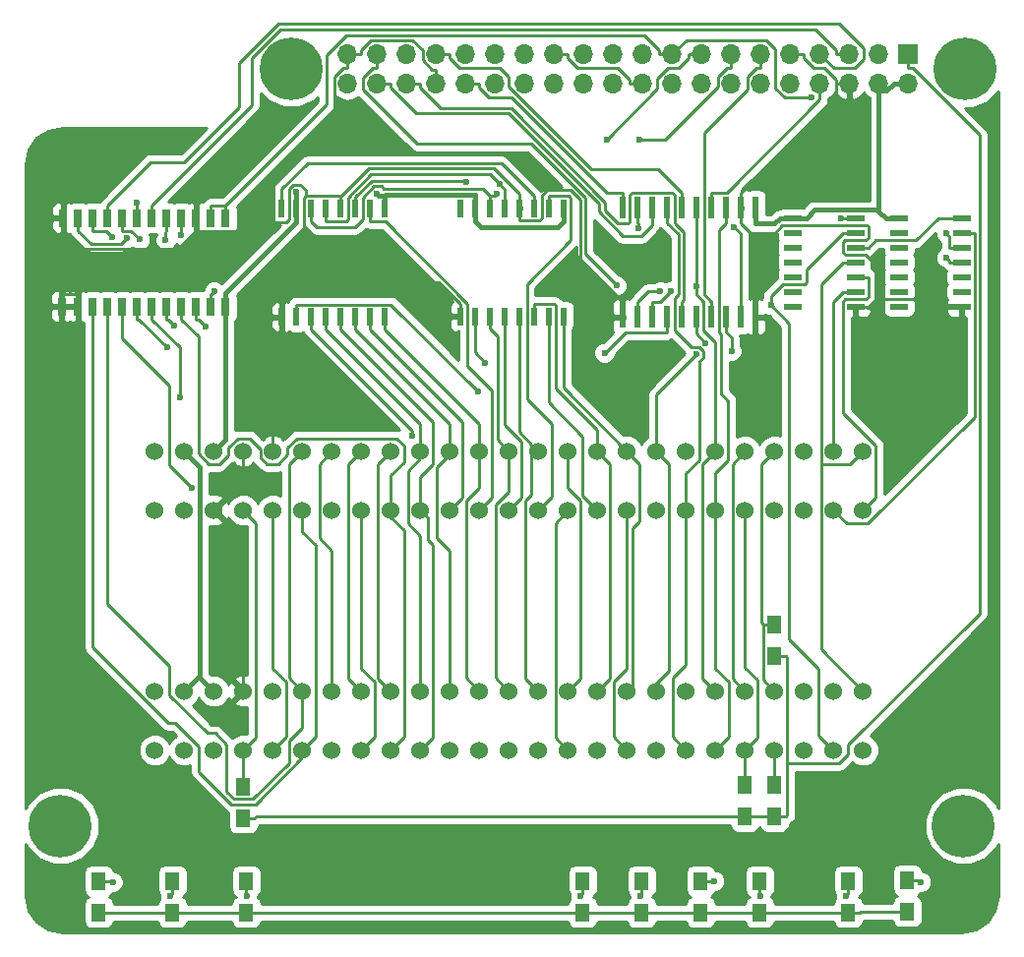
<source format=gbr>
G04 #@! TF.FileFunction,Copper,L2,Bot,Signal*
%FSLAX46Y46*%
G04 Gerber Fmt 4.6, Leading zero omitted, Abs format (unit mm)*
G04 Created by KiCad (PCBNEW 4.0.7) date 05/09/18 01:25:06*
%MOMM*%
%LPD*%
G01*
G04 APERTURE LIST*
%ADD10C,0.100000*%
%ADD11C,5.400000*%
%ADD12C,1.524000*%
%ADD13R,1.300000X1.500000*%
%ADD14R,1.700000X1.700000*%
%ADD15O,1.700000X1.700000*%
%ADD16R,0.762000X1.524000*%
%ADD17R,1.500000X0.600000*%
%ADD18R,0.600000X1.500000*%
%ADD19R,0.600000X1.950000*%
%ADD20C,0.600000*%
%ADD21C,0.250000*%
%ADD22C,0.400000*%
%ADD23C,0.254000*%
G04 APERTURE END LIST*
D10*
D11*
X210312000Y-122174000D03*
X132588000Y-122174000D03*
X152459000Y-56992500D03*
D12*
X201676000Y-110561000D03*
X201676000Y-115641000D03*
X199136000Y-110561000D03*
X199136000Y-115641000D03*
X196596000Y-110561000D03*
X196596000Y-115641000D03*
X194056000Y-110561000D03*
X194056000Y-115641000D03*
X191516000Y-110561000D03*
X191516000Y-115641000D03*
X188976000Y-110561000D03*
X188976000Y-115641000D03*
X186436000Y-110561000D03*
X186436000Y-115641000D03*
X183896000Y-110561000D03*
X183896000Y-115641000D03*
X181356000Y-110561000D03*
X181356000Y-115641000D03*
X178816000Y-110561000D03*
X178816000Y-115641000D03*
X176276000Y-110561000D03*
X176276000Y-115641000D03*
X173736000Y-110561000D03*
X173736000Y-115641000D03*
X171196000Y-110561000D03*
X171196000Y-115641000D03*
X168656000Y-110561000D03*
X168656000Y-115641000D03*
X166116000Y-110561000D03*
X166116000Y-115641000D03*
X163576000Y-110561000D03*
X163576000Y-115641000D03*
X161036000Y-110561000D03*
X161036000Y-115641000D03*
X158496000Y-110561000D03*
X158496000Y-115641000D03*
X155956000Y-110561000D03*
X155956000Y-115641000D03*
X153416000Y-110561000D03*
X153416000Y-115641000D03*
X150876000Y-110561000D03*
X150876000Y-115641000D03*
X148336000Y-110561000D03*
X148336000Y-115641000D03*
X145796000Y-110561000D03*
X145796000Y-115641000D03*
X143256000Y-110561000D03*
X143256000Y-115641000D03*
X140716000Y-110561000D03*
X140716000Y-115641000D03*
X201676000Y-89916000D03*
X201676000Y-94996000D03*
X199136000Y-89916000D03*
X199136000Y-94996000D03*
X196596000Y-89916000D03*
X196596000Y-94996000D03*
X194056000Y-89916000D03*
X194056000Y-94996000D03*
X191516000Y-89916000D03*
X191516000Y-94996000D03*
X188976000Y-89916000D03*
X188976000Y-94996000D03*
X186436000Y-89916000D03*
X186436000Y-94996000D03*
X183896000Y-89916000D03*
X183896000Y-94996000D03*
X181356000Y-89916000D03*
X181356000Y-94996000D03*
X178816000Y-89916000D03*
X178816000Y-94996000D03*
X176276000Y-89916000D03*
X176276000Y-94996000D03*
X173736000Y-89916000D03*
X173736000Y-94996000D03*
X171196000Y-89916000D03*
X171196000Y-94996000D03*
X168656000Y-89916000D03*
X168656000Y-94996000D03*
X166116000Y-89916000D03*
X166116000Y-94996000D03*
X163576000Y-89916000D03*
X163576000Y-94996000D03*
X161036000Y-89916000D03*
X161036000Y-94996000D03*
X158496000Y-89916000D03*
X158496000Y-94996000D03*
X155956000Y-89916000D03*
X155956000Y-94996000D03*
X153416000Y-89916000D03*
X153416000Y-94996000D03*
X150876000Y-89916000D03*
X150876000Y-94996000D03*
X148336000Y-89916000D03*
X148336000Y-94996000D03*
X145796000Y-89916000D03*
X145796000Y-94996000D03*
X143256000Y-89916000D03*
X143256000Y-94996000D03*
X140716000Y-89916000D03*
X140716000Y-94996000D03*
D13*
X205486000Y-129540000D03*
X205486000Y-126840000D03*
X200406000Y-129620000D03*
X200406000Y-126920000D03*
X192786000Y-129620000D03*
X192786000Y-126920000D03*
X187706000Y-129620000D03*
X187706000Y-126920000D03*
X182626000Y-129620000D03*
X182626000Y-126920000D03*
X177546000Y-129620000D03*
X177546000Y-126920000D03*
X148590000Y-129620000D03*
X148590000Y-126920000D03*
X142240000Y-129620000D03*
X142240000Y-126920000D03*
X135890000Y-129620000D03*
X135890000Y-126920000D03*
D11*
X210483000Y-57023000D03*
D14*
X205572000Y-55727600D03*
D15*
X205572000Y-58267600D03*
X203032000Y-55727600D03*
X203032000Y-58267600D03*
X200492000Y-55727600D03*
X200492000Y-58267600D03*
X197952000Y-55727600D03*
X197952000Y-58267600D03*
X195412000Y-55727600D03*
X195412000Y-58267600D03*
X192872000Y-55727600D03*
X192872000Y-58267600D03*
X190332000Y-55727600D03*
X190332000Y-58267600D03*
X187792000Y-55727600D03*
X187792000Y-58267600D03*
X185252000Y-55727600D03*
X185252000Y-58267600D03*
X182712000Y-55727600D03*
X182712000Y-58267600D03*
X180172000Y-55727600D03*
X180172000Y-58267600D03*
X177632000Y-55727600D03*
X177632000Y-58267600D03*
X175092000Y-55727600D03*
X175092000Y-58267600D03*
X172552000Y-55727600D03*
X172552000Y-58267600D03*
X170012000Y-55727600D03*
X170012000Y-58267600D03*
X167472000Y-55727600D03*
X167472000Y-58267600D03*
X164932000Y-55727600D03*
X164932000Y-58267600D03*
X162392000Y-55727600D03*
X162392000Y-58267600D03*
X159852000Y-55727600D03*
X159852000Y-58267600D03*
X157312000Y-55727600D03*
X157312000Y-58267600D03*
D13*
X148336000Y-118792000D03*
X148336000Y-121492000D03*
X194056000Y-118665000D03*
X194056000Y-121365000D03*
X194056000Y-104822000D03*
X194056000Y-107522000D03*
X191516000Y-118665000D03*
X191516000Y-121365000D03*
D16*
X146812000Y-77470000D03*
X145542000Y-77470000D03*
X144272000Y-77470000D03*
X143002000Y-77470000D03*
X141732000Y-77470000D03*
X140462000Y-77470000D03*
X139192000Y-77470000D03*
X137922000Y-77470000D03*
X136652000Y-77470000D03*
X135382000Y-77470000D03*
X134112000Y-77470000D03*
X132715000Y-77470000D03*
X146812000Y-69850000D03*
X145542000Y-69850000D03*
X144272000Y-69850000D03*
X143002000Y-69850000D03*
X141732000Y-69850000D03*
X140462000Y-69850000D03*
X139192000Y-69850000D03*
X137922000Y-69850000D03*
X136652000Y-69850000D03*
X135382000Y-69850000D03*
X134112000Y-69850000D03*
X132842000Y-69850000D03*
D17*
X210185000Y-69850000D03*
X210185000Y-71120000D03*
X210185000Y-72390000D03*
X210185000Y-73660000D03*
X210185000Y-74930000D03*
X210185000Y-76200000D03*
X210185000Y-77470000D03*
X204785000Y-77470000D03*
X204785000Y-76200000D03*
X204785000Y-74930000D03*
X204785000Y-73660000D03*
X204785000Y-72390000D03*
X204785000Y-71120000D03*
X204785000Y-69850000D03*
X201041000Y-69850000D03*
X201041000Y-71120000D03*
X201041000Y-72390000D03*
X201041000Y-73660000D03*
X201041000Y-74930000D03*
X201041000Y-76200000D03*
X201041000Y-77470000D03*
X195641000Y-77470000D03*
X195641000Y-76200000D03*
X195641000Y-74930000D03*
X195641000Y-73660000D03*
X195641000Y-72390000D03*
X195641000Y-71120000D03*
X195641000Y-69850000D03*
D18*
X175895000Y-78310000D03*
X174625000Y-78310000D03*
X173355000Y-78310000D03*
X172085000Y-78310000D03*
X170815000Y-78310000D03*
X169545000Y-78310000D03*
X168275000Y-78310000D03*
X167005000Y-78310000D03*
X167005000Y-69010000D03*
X168275000Y-69010000D03*
X169545000Y-69010000D03*
X170815000Y-69010000D03*
X172085000Y-69010000D03*
X173355000Y-69010000D03*
X174625000Y-69010000D03*
X175895000Y-69010000D03*
X160528000Y-78359000D03*
X159258000Y-78359000D03*
X157988000Y-78359000D03*
X156718000Y-78359000D03*
X155448000Y-78359000D03*
X154178000Y-78359000D03*
X152908000Y-78359000D03*
X151638000Y-78359000D03*
X151638000Y-69059000D03*
X152908000Y-69059000D03*
X154178000Y-69059000D03*
X155448000Y-69059000D03*
X156718000Y-69059000D03*
X157988000Y-69059000D03*
X159258000Y-69059000D03*
X160528000Y-69059000D03*
D19*
X192405000Y-78360000D03*
X191135000Y-78360000D03*
X189865000Y-78360000D03*
X188595000Y-78360000D03*
X187325000Y-78360000D03*
X186055000Y-78360000D03*
X184785000Y-78360000D03*
X183515000Y-78360000D03*
X182245000Y-78360000D03*
X180975000Y-78360000D03*
X180975000Y-68960000D03*
X182245000Y-68960000D03*
X183515000Y-68960000D03*
X184785000Y-68960000D03*
X186055000Y-68960000D03*
X187325000Y-68960000D03*
X188595000Y-68960000D03*
X189865000Y-68960000D03*
X191135000Y-68960000D03*
X192405000Y-68960000D03*
D20*
X152908000Y-67618600D03*
X159809300Y-67767700D03*
X138300300Y-71575000D03*
X137061800Y-71459600D03*
X179618100Y-63104100D03*
X141636100Y-71749200D03*
X143002000Y-71296000D03*
X139192000Y-68546200D03*
X139425200Y-71686300D03*
X188126700Y-80597700D03*
X190355600Y-81286400D03*
X184213600Y-76141300D03*
X193735100Y-77330000D03*
X180471900Y-75658500D03*
X199788500Y-69859600D03*
X187325000Y-75707500D03*
X182322200Y-70680500D03*
X145808000Y-76180300D03*
X208824900Y-73247500D03*
X187340000Y-81579900D03*
X169144500Y-82281500D03*
X168538600Y-84789300D03*
X162903200Y-88565700D03*
X145094900Y-79198300D03*
X142400100Y-79124400D03*
X142855100Y-85320700D03*
X141779400Y-81004400D03*
X143918300Y-93046400D03*
X179418700Y-81442300D03*
X197228600Y-59498900D03*
X170112500Y-67761400D03*
X185152800Y-76113600D03*
X206660300Y-127000000D03*
X200223700Y-128177600D03*
X192822600Y-128187500D03*
X188891000Y-126920000D03*
X182546000Y-128184100D03*
X177333200Y-128176100D03*
X148666400Y-128194800D03*
X142040000Y-128185100D03*
X137094200Y-127005000D03*
X190580800Y-70623000D03*
X182445000Y-63104100D03*
X208824900Y-71157500D03*
X167552900Y-66709000D03*
X170368400Y-66939800D03*
D21*
X151638000Y-78359000D02*
X151638000Y-79434300D01*
X176267300Y-56095000D02*
X176267300Y-55727600D01*
X177075200Y-56902900D02*
X176267300Y-56095000D01*
X180539400Y-56902900D02*
X177075200Y-56902900D01*
X181536700Y-57900200D02*
X180539400Y-56902900D01*
X181536700Y-58267600D02*
X181536700Y-57900200D01*
X182712000Y-58267600D02*
X181536700Y-58267600D01*
X175092000Y-55727600D02*
X176267300Y-55727600D01*
X199316700Y-57900200D02*
X199316700Y-58267600D01*
X198319400Y-56902900D02*
X199316700Y-57900200D01*
X197395200Y-56902900D02*
X198319400Y-56902900D01*
X196587300Y-56095000D02*
X197395200Y-56902900D01*
X196587300Y-55727600D02*
X196587300Y-56095000D01*
X200492000Y-58267600D02*
X199316700Y-58267600D01*
X191135000Y-69610100D02*
X191135000Y-70260300D01*
X132842000Y-69850000D02*
X132842000Y-70937300D01*
X132715000Y-76382700D02*
X134112000Y-76382700D01*
X132715000Y-77470000D02*
X132715000Y-76382700D01*
X134112000Y-77470000D02*
X134112000Y-76382700D01*
X195412000Y-55727600D02*
X196587300Y-55727600D01*
X144272000Y-69850000D02*
X144272000Y-70937300D01*
X172085000Y-69010000D02*
X172085000Y-70085300D01*
X156718000Y-69059000D02*
X156718000Y-68238200D01*
X201041000Y-77470000D02*
X202116300Y-77470000D01*
X210185000Y-77470000D02*
X209109700Y-77470000D01*
X150876000Y-80196300D02*
X151638000Y-79434300D01*
X150876000Y-89916000D02*
X150876000Y-80196300D01*
X151638000Y-78359000D02*
X151638000Y-77283700D01*
X167005000Y-78310000D02*
X167005000Y-77234700D01*
X153543100Y-68137200D02*
X153543100Y-75378600D01*
X153727600Y-67952700D02*
X153543100Y-68137200D01*
X153543100Y-75378600D02*
X151638000Y-77283700D01*
X172085000Y-69010000D02*
X172085000Y-67934700D01*
X180975000Y-78360000D02*
X180975000Y-77059700D01*
X191135000Y-69610100D02*
X191135000Y-68960000D01*
X199316700Y-59478000D02*
X199316700Y-58267600D01*
X191135000Y-67659700D02*
X199316700Y-59478000D01*
X191135000Y-68960000D02*
X191135000Y-67659700D01*
X191135000Y-70260300D02*
X192405000Y-71530300D01*
X192405000Y-71530300D02*
X192405000Y-78360000D01*
X193704600Y-71530300D02*
X192405000Y-71530300D01*
X194740300Y-70494600D02*
X193704600Y-71530300D01*
X202035200Y-70494600D02*
X194740300Y-70494600D01*
X202151200Y-70610600D02*
X202035200Y-70494600D01*
X202151200Y-71539400D02*
X202151200Y-70610600D01*
X201926000Y-71764600D02*
X202151200Y-71539400D01*
X200099100Y-71764600D02*
X201926000Y-71764600D01*
X199965600Y-71898100D02*
X200099100Y-71764600D01*
X199965600Y-72832800D02*
X199965600Y-71898100D01*
X200167400Y-73034600D02*
X199965600Y-72832800D01*
X201925700Y-73034600D02*
X200167400Y-73034600D01*
X202754200Y-73863100D02*
X201925700Y-73034600D01*
X202754200Y-76832100D02*
X202754200Y-73863100D01*
X208471800Y-76832100D02*
X202754200Y-76832100D01*
X209109700Y-77470000D02*
X208471800Y-76832100D01*
X202754200Y-76832100D02*
X202116300Y-77470000D01*
X148336000Y-92456000D02*
X145796000Y-94996000D01*
X148336000Y-89916000D02*
X148336000Y-92456000D01*
X148336000Y-97536000D02*
X148336000Y-110561000D01*
X145796000Y-94996000D02*
X148336000Y-97536000D01*
X158487300Y-55360200D02*
X158487300Y-55727600D01*
X159295200Y-54552300D02*
X158487300Y-55360200D01*
X162898000Y-54552300D02*
X159295200Y-54552300D01*
X163756700Y-55411000D02*
X162898000Y-54552300D01*
X163756700Y-56284400D02*
X163756700Y-55411000D01*
X164564600Y-57092300D02*
X163756700Y-56284400D01*
X164932000Y-57092300D02*
X164564600Y-57092300D01*
X164932000Y-58267600D02*
X164932000Y-57092300D01*
X157312000Y-55727600D02*
X158487300Y-55727600D01*
X157312000Y-55727600D02*
X157312000Y-56902900D01*
X150092100Y-70937300D02*
X144272000Y-70937300D01*
X150931700Y-70097700D02*
X150092100Y-70937300D01*
X151012800Y-70178800D02*
X150931700Y-70097700D01*
X152029800Y-70178800D02*
X151012800Y-70178800D01*
X152282600Y-69926000D02*
X152029800Y-70178800D01*
X152282600Y-67339100D02*
X152282600Y-69926000D01*
X152659200Y-66962500D02*
X152282600Y-67339100D01*
X153232600Y-66962500D02*
X152659200Y-66962500D01*
X153727600Y-67457500D02*
X153232600Y-66962500D01*
X153727600Y-67952700D02*
X153727600Y-67457500D01*
X156944600Y-56902900D02*
X157312000Y-56902900D01*
X156136700Y-57710800D02*
X156944600Y-56902900D01*
X156136700Y-60917800D02*
X156136700Y-57710800D01*
X150931700Y-66122800D02*
X156136700Y-60917800D01*
X150931700Y-70097700D02*
X150931700Y-66122800D01*
X177308300Y-73393000D02*
X180975000Y-77059700D01*
X177308300Y-68276100D02*
X177308300Y-73393000D01*
X176479600Y-67447400D02*
X177308300Y-68276100D01*
X174444700Y-67447400D02*
X176479600Y-67447400D01*
X173999600Y-67892500D02*
X174444700Y-67447400D01*
X173999600Y-69883600D02*
X173999600Y-67892500D01*
X173797900Y-70085300D02*
X173999600Y-69883600D01*
X172085000Y-70085300D02*
X173797900Y-70085300D01*
X165148900Y-75378600D02*
X167005000Y-77234700D01*
X153543100Y-75378600D02*
X165148900Y-75378600D01*
X156624100Y-67952700D02*
X153727600Y-67952700D01*
X156718000Y-68046600D02*
X156624100Y-67952700D01*
X159175100Y-65589500D02*
X156718000Y-68046600D01*
X169902500Y-65589500D02*
X159175100Y-65589500D01*
X172085000Y-67772000D02*
X169902500Y-65589500D01*
X172085000Y-67934700D02*
X172085000Y-67772000D01*
X156718000Y-68046600D02*
X156718000Y-68238200D01*
X142674100Y-72535200D02*
X144272000Y-70937300D01*
X134112000Y-72535200D02*
X142674100Y-72535200D01*
X134112000Y-72207300D02*
X134112000Y-72535200D01*
X132842000Y-70937300D02*
X134112000Y-72207300D01*
X134112000Y-72535200D02*
X134112000Y-76382700D01*
D22*
X146812000Y-77470000D02*
X146812000Y-76307700D01*
X146812000Y-88900000D02*
X146812000Y-78632300D01*
X145796000Y-89916000D02*
X146812000Y-88900000D01*
X146812000Y-77470000D02*
X146812000Y-78632300D01*
X152908000Y-70211700D02*
X152908000Y-69059000D01*
X146812000Y-76307700D02*
X152908000Y-70211700D01*
X194005400Y-70335300D02*
X194490700Y-69850000D01*
X192405000Y-70335300D02*
X194005400Y-70335300D01*
X192405000Y-68960000D02*
X192405000Y-70335300D01*
X195641000Y-69850000D02*
X194490700Y-69850000D01*
X204785000Y-69850000D02*
X203634700Y-69850000D01*
X195641000Y-69850000D02*
X196791300Y-69850000D01*
X203032000Y-69149700D02*
X203032000Y-59517900D01*
X203032000Y-69247300D02*
X203032000Y-69149700D01*
X203634700Y-69850000D02*
X203032000Y-69247300D01*
X197491600Y-69149700D02*
X196791300Y-69850000D01*
X203032000Y-69149700D02*
X197491600Y-69149700D01*
X203032000Y-58267600D02*
X203032000Y-58892700D01*
X203032000Y-58892700D02*
X203032000Y-59517900D01*
X203696600Y-58892700D02*
X204321700Y-58267600D01*
X203032000Y-58892700D02*
X203696600Y-58892700D01*
X205572000Y-58267600D02*
X204321700Y-58267600D01*
X175391200Y-70664100D02*
X175895000Y-70160300D01*
X168778800Y-70664100D02*
X175391200Y-70664100D01*
X168275000Y-70160300D02*
X168778800Y-70664100D01*
X168275000Y-69010000D02*
X168275000Y-70160300D01*
X175895000Y-69010000D02*
X175895000Y-70160300D01*
X152908000Y-69059000D02*
X152908000Y-67908700D01*
X152908000Y-67908700D02*
X152908000Y-67618600D01*
X159950300Y-67908700D02*
X160528000Y-67908700D01*
X159809300Y-67767700D02*
X159950300Y-67908700D01*
X160528000Y-69059000D02*
X160528000Y-68034300D01*
X160528000Y-68034300D02*
X160528000Y-67908700D01*
X160577000Y-67859700D02*
X168275000Y-67859700D01*
X160528000Y-67908700D02*
X160577000Y-67859700D01*
X168275000Y-69010000D02*
X168275000Y-67859700D01*
X143256000Y-110561000D02*
X144526000Y-109291000D01*
X144526000Y-109291000D02*
X145796000Y-110561000D01*
X144618600Y-91278600D02*
X143256000Y-89916000D01*
X144618600Y-109198400D02*
X144618600Y-91278600D01*
X144526000Y-109291000D02*
X144618600Y-109198400D01*
D21*
X140462000Y-69850000D02*
X140462000Y-68762700D01*
X200492000Y-55727600D02*
X199316700Y-55727600D01*
X149073800Y-60150900D02*
X140462000Y-68762700D01*
X149073800Y-56098700D02*
X149073800Y-60150900D01*
X151535600Y-53636900D02*
X149073800Y-56098700D01*
X197593300Y-53636900D02*
X151535600Y-53636900D01*
X199316700Y-55360300D02*
X197593300Y-53636900D01*
X199316700Y-55727600D02*
X199316700Y-55360300D01*
X136652000Y-69850000D02*
X136652000Y-68762700D01*
X140383300Y-65031400D02*
X136652000Y-68762700D01*
X143252300Y-65031400D02*
X140383300Y-65031400D01*
X147980100Y-60303600D02*
X143252300Y-65031400D01*
X147980100Y-56481500D02*
X147980100Y-60303600D01*
X151329800Y-53131800D02*
X147980100Y-56481500D01*
X199571700Y-53131800D02*
X151329800Y-53131800D01*
X201707300Y-55267400D02*
X199571700Y-53131800D01*
X201707300Y-56177100D02*
X201707300Y-55267400D01*
X200963600Y-56920800D02*
X201707300Y-56177100D01*
X199145200Y-56920800D02*
X200963600Y-56920800D01*
X197952000Y-55727600D02*
X199145200Y-56920800D01*
X134112000Y-69850000D02*
X134112000Y-70937300D01*
X137790400Y-72084900D02*
X138300300Y-71575000D01*
X135259600Y-72084900D02*
X137790400Y-72084900D01*
X134112000Y-70937300D02*
X135259600Y-72084900D01*
X136539500Y-70937300D02*
X137061800Y-71459600D01*
X135382000Y-70937300D02*
X136539500Y-70937300D01*
X135382000Y-69850000D02*
X135382000Y-70937300D01*
X187792000Y-55727600D02*
X186616700Y-55727600D01*
X183982000Y-58740200D02*
X179618100Y-63104100D01*
X183982000Y-57836600D02*
X183982000Y-58740200D01*
X184915700Y-56902900D02*
X183982000Y-57836600D01*
X185808800Y-56902900D02*
X184915700Y-56902900D01*
X186616700Y-56095000D02*
X185808800Y-56902900D01*
X186616700Y-55727600D02*
X186616700Y-56095000D01*
X141636100Y-71033200D02*
X141636100Y-71749200D01*
X141732000Y-70937300D02*
X141636100Y-71033200D01*
X141732000Y-69850000D02*
X141732000Y-70937300D01*
X143002000Y-69850000D02*
X143002000Y-70937300D01*
X143002000Y-70937300D02*
X143002000Y-71296000D01*
X139192000Y-69850000D02*
X139192000Y-68762700D01*
X139192000Y-68762700D02*
X139192000Y-68546200D01*
X138676200Y-70937300D02*
X139425200Y-71686300D01*
X137922000Y-70937300D02*
X138676200Y-70937300D01*
X137922000Y-69850000D02*
X137922000Y-70937300D01*
X200558600Y-91033400D02*
X198048600Y-91033400D01*
X201676000Y-89916000D02*
X200558600Y-91033400D01*
X198048600Y-75577100D02*
X198048600Y-91033400D01*
X199965700Y-73660000D02*
X198048600Y-75577100D01*
X198048600Y-106933600D02*
X201676000Y-110561000D01*
X198048600Y-91033400D02*
X198048600Y-106933600D01*
X201041000Y-73660000D02*
X199965700Y-73660000D01*
X187325000Y-79796000D02*
X188126700Y-80597700D01*
X187325000Y-78360000D02*
X187325000Y-79796000D01*
X202116300Y-76654300D02*
X202116300Y-74930000D01*
X201926000Y-76844600D02*
X202116300Y-76654300D01*
X200156300Y-76844600D02*
X201926000Y-76844600D01*
X199965700Y-77035200D02*
X200156300Y-76844600D01*
X199965700Y-86631000D02*
X199965700Y-77035200D01*
X202767400Y-89432700D02*
X199965700Y-86631000D01*
X202767400Y-93904600D02*
X202767400Y-89432700D01*
X201676000Y-94996000D02*
X202767400Y-93904600D01*
X201050900Y-74930000D02*
X202116300Y-74930000D01*
X201050900Y-74930000D02*
X201041000Y-74930000D01*
X190355600Y-80150900D02*
X190355600Y-81286400D01*
X189865000Y-79660300D02*
X190355600Y-80150900D01*
X189865000Y-78360000D02*
X189865000Y-79660300D01*
X201041000Y-76200000D02*
X199965700Y-76200000D01*
X199136000Y-77029700D02*
X199965700Y-76200000D01*
X199136000Y-89916000D02*
X199136000Y-77029700D01*
X201041000Y-71120000D02*
X199965700Y-71120000D01*
X193735100Y-76595800D02*
X193735100Y-77330000D01*
X194756200Y-75574700D02*
X193735100Y-76595800D01*
X196623200Y-75574700D02*
X194756200Y-75574700D01*
X196814400Y-75383500D02*
X196623200Y-75574700D01*
X196814400Y-74271300D02*
X196814400Y-75383500D01*
X199965700Y-71120000D02*
X196814400Y-74271300D01*
X197866000Y-114371000D02*
X199136000Y-115641000D01*
X197866000Y-108615200D02*
X197866000Y-114371000D01*
X195326000Y-106075200D02*
X197866000Y-108615200D01*
X195326000Y-78920900D02*
X195326000Y-106075200D01*
X193735100Y-77330000D02*
X195326000Y-78920900D01*
X183163400Y-76141300D02*
X184213600Y-76141300D01*
X182245000Y-77059700D02*
X183163400Y-76141300D01*
X182245000Y-78360000D02*
X182245000Y-77059700D01*
X194056000Y-118665000D02*
X194056000Y-115641000D01*
X190428300Y-109473300D02*
X191516000Y-110561000D01*
X190428300Y-91003700D02*
X190428300Y-109473300D01*
X191516000Y-89916000D02*
X190428300Y-91003700D01*
X191516000Y-118665000D02*
X191516000Y-115641000D01*
X192603400Y-114553600D02*
X191516000Y-115641000D01*
X192603400Y-109613400D02*
X192603400Y-114553600D01*
X191516000Y-108526000D02*
X192603400Y-109613400D01*
X191516000Y-94996000D02*
X191516000Y-108526000D01*
X177758700Y-72945300D02*
X180471900Y-75658500D01*
X177758700Y-68089500D02*
X177758700Y-72945300D01*
X173086700Y-63417500D02*
X177758700Y-68089500D01*
X163296600Y-63417500D02*
X173086700Y-63417500D01*
X158660600Y-58781500D02*
X163296600Y-63417500D01*
X158660600Y-57727000D02*
X158660600Y-58781500D01*
X159484700Y-56902900D02*
X158660600Y-57727000D01*
X159852000Y-56902900D02*
X159484700Y-56902900D01*
X159852000Y-55727600D02*
X159852000Y-56902900D01*
X187882200Y-109467200D02*
X188976000Y-110561000D01*
X187882200Y-91009800D02*
X187882200Y-109467200D01*
X188976000Y-89916000D02*
X187882200Y-91009800D01*
X199798100Y-69850000D02*
X199788500Y-69859600D01*
X201041000Y-69850000D02*
X199798100Y-69850000D01*
X187325000Y-68960000D02*
X187325000Y-75707500D01*
X187325000Y-76426600D02*
X187325000Y-75707500D01*
X187950300Y-77051900D02*
X187325000Y-76426600D01*
X187950300Y-79536900D02*
X187950300Y-77051900D01*
X188976000Y-80562600D02*
X187950300Y-79536900D01*
X188976000Y-89916000D02*
X188976000Y-80562600D01*
X190087200Y-114529800D02*
X188976000Y-115641000D01*
X190087200Y-109769100D02*
X190087200Y-114529800D01*
X188976000Y-108657900D02*
X190087200Y-109769100D01*
X188976000Y-94996000D02*
X188976000Y-108657900D01*
X188976000Y-91812200D02*
X188976000Y-94996000D01*
X190073000Y-90715200D02*
X188976000Y-91812200D01*
X190073000Y-85588200D02*
X190073000Y-90715200D01*
X189426400Y-84941600D02*
X190073000Y-85588200D01*
X189426400Y-79892000D02*
X189426400Y-84941600D01*
X189239600Y-79705200D02*
X189426400Y-79892000D01*
X189239600Y-70885700D02*
X189239600Y-79705200D01*
X189865000Y-70260300D02*
X189239600Y-70885700D01*
X189865000Y-68960000D02*
X189865000Y-70260300D01*
X182322200Y-70337500D02*
X182322200Y-70680500D01*
X182245000Y-70260300D02*
X182322200Y-70337500D01*
X182245000Y-68960000D02*
X182245000Y-70260300D01*
X145605600Y-76382700D02*
X145542000Y-76382700D01*
X145808000Y-76180300D02*
X145605600Y-76382700D01*
X145542000Y-77470000D02*
X145542000Y-76382700D01*
X184785000Y-68960000D02*
X184785000Y-70260300D01*
X186436000Y-108339300D02*
X186436000Y-94996000D01*
X185326900Y-109448400D02*
X186436000Y-108339300D01*
X185326900Y-114531900D02*
X185326900Y-109448400D01*
X186436000Y-115641000D02*
X185326900Y-114531900D01*
X185782400Y-71257700D02*
X184785000Y-70260300D01*
X185782400Y-76372700D02*
X185782400Y-71257700D01*
X185429600Y-76725500D02*
X185782400Y-76372700D01*
X185429600Y-79506000D02*
X185429600Y-76725500D01*
X186878200Y-80954600D02*
X185429600Y-79506000D01*
X187599100Y-80954600D02*
X186878200Y-80954600D01*
X187965300Y-81320800D02*
X187599100Y-80954600D01*
X187965300Y-81839000D02*
X187965300Y-81320800D01*
X187554000Y-82250300D02*
X187965300Y-81839000D01*
X187554000Y-90691900D02*
X187554000Y-82250300D01*
X186436000Y-91809900D02*
X187554000Y-90691900D01*
X186436000Y-94996000D02*
X186436000Y-91809900D01*
X183896000Y-109924100D02*
X183896000Y-110561000D01*
X184989200Y-108830900D02*
X183896000Y-109924100D01*
X184989200Y-91009200D02*
X184989200Y-108830900D01*
X183896000Y-89916000D02*
X184989200Y-91009200D01*
X209109700Y-73532300D02*
X208824900Y-73247500D01*
X209109700Y-73660000D02*
X209109700Y-73532300D01*
X210185000Y-73660000D02*
X209109700Y-73660000D01*
X183896000Y-85023900D02*
X187340000Y-81579900D01*
X183896000Y-89916000D02*
X183896000Y-85023900D01*
X181806400Y-110110600D02*
X181356000Y-110561000D01*
X181806400Y-96584700D02*
X181806400Y-110110600D01*
X182457200Y-95933900D02*
X181806400Y-96584700D01*
X182457200Y-91017200D02*
X182457200Y-95933900D01*
X181356000Y-89916000D02*
X182457200Y-91017200D01*
X175895000Y-84455000D02*
X175895000Y-78310000D01*
X181356000Y-89916000D02*
X175895000Y-84455000D01*
X180244700Y-114529700D02*
X181356000Y-115641000D01*
X180244700Y-109769200D02*
X180244700Y-114529700D01*
X181356000Y-108657900D02*
X180244700Y-109769200D01*
X181356000Y-94996000D02*
X181356000Y-108657900D01*
X168275000Y-81412000D02*
X169144500Y-82281500D01*
X168275000Y-78310000D02*
X168275000Y-81412000D01*
X179905400Y-109471600D02*
X178816000Y-110561000D01*
X179905400Y-91005400D02*
X179905400Y-109471600D01*
X178816000Y-89916000D02*
X179905400Y-91005400D01*
X173355000Y-78310000D02*
X173355000Y-77234700D01*
X175114400Y-77234700D02*
X173355000Y-77234700D01*
X175250400Y-77370700D02*
X175114400Y-77234700D01*
X175250400Y-84518300D02*
X175250400Y-77370700D01*
X178816000Y-88083900D02*
X175250400Y-84518300D01*
X178816000Y-89916000D02*
X178816000Y-88083900D01*
X177546000Y-93726000D02*
X178816000Y-94996000D01*
X177546000Y-88642500D02*
X177546000Y-93726000D01*
X174625000Y-85721500D02*
X177546000Y-88642500D01*
X174625000Y-78310000D02*
X174625000Y-85721500D01*
X177365400Y-109471600D02*
X176276000Y-110561000D01*
X177365400Y-94182300D02*
X177365400Y-109471600D01*
X176276000Y-93092900D02*
X177365400Y-94182300D01*
X176276000Y-89916000D02*
X176276000Y-93092900D01*
X152908000Y-78359000D02*
X152908000Y-77283700D01*
X161033000Y-77283700D02*
X152908000Y-77283700D01*
X168538600Y-84789300D02*
X161033000Y-77283700D01*
X175186100Y-96085900D02*
X176276000Y-94996000D01*
X175186100Y-114551100D02*
X175186100Y-96085900D01*
X176276000Y-115641000D02*
X175186100Y-114551100D01*
X154178000Y-78359000D02*
X154178000Y-79434300D01*
X162903200Y-88159500D02*
X162903200Y-88565700D01*
X154178000Y-79434300D02*
X162903200Y-88159500D01*
X172085000Y-78310000D02*
X172085000Y-79385300D01*
X173736000Y-89916000D02*
X173130800Y-89916000D01*
X173130800Y-89310800D02*
X173130800Y-89916000D01*
X172085000Y-88265000D02*
X173130800Y-89310800D01*
X172085000Y-79385300D02*
X172085000Y-88265000D01*
X172632200Y-109457200D02*
X173736000Y-110561000D01*
X172632200Y-94196700D02*
X172632200Y-109457200D01*
X173130800Y-93698100D02*
X172632200Y-94196700D01*
X173130800Y-89916000D02*
X173130800Y-93698100D01*
X174870800Y-93861200D02*
X173736000Y-94996000D01*
X174870800Y-87584600D02*
X174870800Y-93861200D01*
X172729600Y-85443400D02*
X174870800Y-87584600D01*
X172729600Y-75559000D02*
X172729600Y-85443400D01*
X176527900Y-71760700D02*
X172729600Y-75559000D01*
X176527900Y-68132600D02*
X176527900Y-71760700D01*
X176330000Y-67934700D02*
X176527900Y-68132600D01*
X174625000Y-67934700D02*
X176330000Y-67934700D01*
X174625000Y-69010000D02*
X174625000Y-67934700D01*
X169545000Y-78310000D02*
X169545000Y-79385300D01*
X170206500Y-88926500D02*
X171196000Y-89916000D01*
X170206500Y-80046800D02*
X170206500Y-88926500D01*
X169545000Y-79385300D02*
X170206500Y-80046800D01*
X171196000Y-93407500D02*
X171196000Y-89916000D01*
X170069400Y-94534100D02*
X171196000Y-93407500D01*
X170069400Y-109434400D02*
X170069400Y-94534100D01*
X171196000Y-110561000D02*
X170069400Y-109434400D01*
X170815000Y-78310000D02*
X170815000Y-79385300D01*
X172300500Y-93891500D02*
X171196000Y-94996000D01*
X172300500Y-89117400D02*
X172300500Y-93891500D01*
X170815000Y-87631900D02*
X172300500Y-89117400D01*
X170815000Y-79385300D02*
X170815000Y-87631900D01*
X167544700Y-109449700D02*
X168656000Y-110561000D01*
X167544700Y-94204200D02*
X167544700Y-109449700D01*
X168656000Y-93092900D02*
X167544700Y-94204200D01*
X168656000Y-89916000D02*
X168656000Y-93092900D01*
X168656000Y-87562300D02*
X168656000Y-89916000D01*
X160528000Y-79434300D02*
X168656000Y-87562300D01*
X160528000Y-78359000D02*
X160528000Y-79434300D01*
X169743400Y-93908600D02*
X168656000Y-94996000D01*
X169743400Y-84717000D02*
X169743400Y-93908600D01*
X167630300Y-82603900D02*
X169743400Y-84717000D01*
X167630300Y-77218600D02*
X167630300Y-82603900D01*
X160546000Y-70134300D02*
X167630300Y-77218600D01*
X159258000Y-70134300D02*
X160546000Y-70134300D01*
X159258000Y-69059000D02*
X159258000Y-70134300D01*
X157988000Y-78359000D02*
X157988000Y-79434300D01*
X166116000Y-87562300D02*
X166116000Y-89916000D01*
X157988000Y-79434300D02*
X166116000Y-87562300D01*
X166116000Y-98491300D02*
X166116000Y-110561000D01*
X165014800Y-97390100D02*
X166116000Y-98491300D01*
X165014800Y-91335800D02*
X165014800Y-97390100D01*
X166116000Y-90234600D02*
X165014800Y-91335800D01*
X166116000Y-89916000D02*
X166116000Y-90234600D01*
X159258000Y-78359000D02*
X159258000Y-79434300D01*
X167203300Y-93908700D02*
X166116000Y-94996000D01*
X167203300Y-87379600D02*
X167203300Y-93908700D01*
X159258000Y-79434300D02*
X167203300Y-87379600D01*
X163576000Y-87562300D02*
X163576000Y-89916000D01*
X155448000Y-79434300D02*
X163576000Y-87562300D01*
X155448000Y-78359000D02*
X155448000Y-79434300D01*
X163576000Y-90552900D02*
X163576000Y-89916000D01*
X162484900Y-91644000D02*
X163576000Y-90552900D01*
X162484900Y-96126600D02*
X162484900Y-91644000D01*
X163576000Y-97217700D02*
X162484900Y-96126600D01*
X163576000Y-110561000D02*
X163576000Y-97217700D01*
X156718000Y-78359000D02*
X156718000Y-79434300D01*
X163576000Y-92137700D02*
X163576000Y-94996000D01*
X164677100Y-91036600D02*
X163576000Y-92137700D01*
X164677100Y-87393400D02*
X164677100Y-91036600D01*
X156718000Y-79434300D02*
X164677100Y-87393400D01*
X164677100Y-114539900D02*
X163576000Y-115641000D01*
X164677100Y-98007500D02*
X164677100Y-114539900D01*
X164226800Y-97557200D02*
X164677100Y-98007500D01*
X164226800Y-95646800D02*
X164226800Y-97557200D01*
X163576000Y-94996000D02*
X164226800Y-95646800D01*
X159934800Y-91017200D02*
X161036000Y-89916000D01*
X159934800Y-109459800D02*
X159934800Y-91017200D01*
X161036000Y-110561000D02*
X159934800Y-109459800D01*
X144453900Y-78557300D02*
X145094900Y-79198300D01*
X144272000Y-78557300D02*
X144453900Y-78557300D01*
X144272000Y-77470000D02*
X144272000Y-78557300D01*
X162147200Y-114529800D02*
X161036000Y-115641000D01*
X162147200Y-96744000D02*
X162147200Y-114529800D01*
X161036000Y-95632800D02*
X162147200Y-96744000D01*
X161036000Y-94996000D02*
X161036000Y-95632800D01*
X161036000Y-92001900D02*
X161036000Y-94996000D01*
X162170200Y-90867700D02*
X161036000Y-92001900D01*
X162170200Y-89458600D02*
X162170200Y-90867700D01*
X161525200Y-88813600D02*
X162170200Y-89458600D01*
X152963500Y-88813600D02*
X161525200Y-88813600D01*
X152146000Y-89631100D02*
X152963500Y-88813600D01*
X152146000Y-90207000D02*
X152146000Y-89631100D01*
X151330900Y-91022100D02*
X152146000Y-90207000D01*
X150358700Y-91022100D02*
X151330900Y-91022100D01*
X149788600Y-90452000D02*
X150358700Y-91022100D01*
X149788600Y-89745900D02*
X149788600Y-90452000D01*
X148858000Y-88815300D02*
X149788600Y-89745900D01*
X147860200Y-88815300D02*
X148858000Y-88815300D01*
X147066000Y-89609500D02*
X147860200Y-88815300D01*
X147066000Y-90246000D02*
X147066000Y-89609500D01*
X146275200Y-91036800D02*
X147066000Y-90246000D01*
X145358400Y-91036800D02*
X146275200Y-91036800D01*
X144472100Y-90150500D02*
X145358400Y-91036800D01*
X144472100Y-80027400D02*
X144472100Y-90150500D01*
X143002000Y-78557300D02*
X144472100Y-80027400D01*
X143002000Y-77470000D02*
X143002000Y-78557300D01*
X157400000Y-91012000D02*
X158496000Y-89916000D01*
X157400000Y-109465000D02*
X157400000Y-91012000D01*
X158496000Y-110561000D02*
X157400000Y-109465000D01*
X141833000Y-78557300D02*
X142400100Y-79124400D01*
X141732000Y-78557300D02*
X141833000Y-78557300D01*
X141732000Y-77470000D02*
X141732000Y-78557300D01*
X159607200Y-114529800D02*
X158496000Y-115641000D01*
X159607200Y-109769100D02*
X159607200Y-114529800D01*
X158496000Y-108657900D02*
X159607200Y-109769100D01*
X158496000Y-94996000D02*
X158496000Y-108657900D01*
X142855100Y-80950400D02*
X142855100Y-85320700D01*
X140462000Y-78557300D02*
X142855100Y-80950400D01*
X140462000Y-77470000D02*
X140462000Y-78557300D01*
X155956000Y-98491300D02*
X155956000Y-110561000D01*
X154864900Y-97400200D02*
X155956000Y-98491300D01*
X154864900Y-91007100D02*
X154864900Y-97400200D01*
X155956000Y-89916000D02*
X154864900Y-91007100D01*
X139192000Y-77470000D02*
X139192000Y-78557300D01*
X139332300Y-78557300D02*
X141779400Y-81004400D01*
X139192000Y-78557300D02*
X139332300Y-78557300D01*
X137922000Y-80211400D02*
X137922000Y-77470000D01*
X141986000Y-84275400D02*
X137922000Y-80211400D01*
X141986000Y-91114100D02*
X141986000Y-84275400D01*
X143918300Y-93046400D02*
X141986000Y-91114100D01*
X152309900Y-91022100D02*
X153416000Y-89916000D01*
X152309900Y-109454900D02*
X152309900Y-91022100D01*
X153416000Y-110561000D02*
X152309900Y-109454900D01*
X153416000Y-113753700D02*
X153416000Y-110561000D01*
X152305100Y-114864600D02*
X153416000Y-113753700D01*
X152305100Y-116751900D02*
X152305100Y-114864600D01*
X149189600Y-119867400D02*
X152305100Y-116751900D01*
X147501600Y-119867400D02*
X149189600Y-119867400D01*
X146899300Y-119265100D02*
X147501600Y-119867400D01*
X146899300Y-115198100D02*
X146899300Y-119265100D01*
X145897600Y-114196400D02*
X146899300Y-115198100D01*
X145277400Y-114196400D02*
X145897600Y-114196400D01*
X141986200Y-110905200D02*
X145277400Y-114196400D01*
X141986200Y-108390500D02*
X141986200Y-110905200D01*
X136652000Y-103056300D02*
X141986200Y-108390500D01*
X136652000Y-77470000D02*
X136652000Y-103056300D01*
X154527200Y-114529800D02*
X153416000Y-115641000D01*
X154527200Y-98017600D02*
X154527200Y-114529800D01*
X153416000Y-96906400D02*
X154527200Y-98017600D01*
X153416000Y-94996000D02*
X153416000Y-96906400D01*
X153416000Y-116277900D02*
X153416000Y-115641000D01*
X149376200Y-120317700D02*
X153416000Y-116277900D01*
X147315000Y-120317700D02*
X149376200Y-120317700D01*
X144526000Y-117528700D02*
X147315000Y-120317700D01*
X144526000Y-115324500D02*
X144526000Y-117528700D01*
X142485100Y-113283600D02*
X144526000Y-115324500D01*
X141847100Y-113283600D02*
X142485100Y-113283600D01*
X135382000Y-106818500D02*
X141847100Y-113283600D01*
X135382000Y-77470000D02*
X135382000Y-106818500D01*
X151987200Y-114529800D02*
X150876000Y-115641000D01*
X151987200Y-109769100D02*
X151987200Y-114529800D01*
X150876000Y-108657900D02*
X151987200Y-109769100D01*
X150876000Y-94996000D02*
X150876000Y-108657900D01*
X184785000Y-78360000D02*
X184785000Y-79660300D01*
X181200700Y-79660300D02*
X179418700Y-81442300D01*
X184785000Y-79660300D02*
X181200700Y-79660300D01*
X210185000Y-71120000D02*
X211260300Y-71120000D01*
X200286200Y-96146200D02*
X199136000Y-94996000D01*
X202067400Y-96146200D02*
X200286200Y-96146200D01*
X211260300Y-86953300D02*
X202067400Y-96146200D01*
X211260300Y-71120000D02*
X211260300Y-86953300D01*
X149438300Y-121365000D02*
X149311300Y-121492000D01*
X191516000Y-121365000D02*
X149438300Y-121365000D01*
X148336000Y-121492000D02*
X149311300Y-121492000D01*
X194056000Y-107522000D02*
X195031300Y-107522000D01*
X194981000Y-59498900D02*
X197228600Y-59498900D01*
X194142000Y-58659900D02*
X194981000Y-59498900D01*
X194142000Y-55275200D02*
X194142000Y-58659900D01*
X193379100Y-54512300D02*
X194142000Y-55275200D01*
X186467300Y-54512300D02*
X193379100Y-54512300D01*
X185252000Y-55727600D02*
X186467300Y-54512300D01*
X194056000Y-121365000D02*
X191516000Y-121365000D01*
X194056000Y-121365000D02*
X195031300Y-121365000D01*
X205572000Y-55727600D02*
X205572000Y-56902900D01*
X199647600Y-116765200D02*
X195143400Y-116765200D01*
X200406000Y-116006800D02*
X199647600Y-116765200D01*
X200406000Y-115186800D02*
X200406000Y-116006800D01*
X211710700Y-103882100D02*
X200406000Y-115186800D01*
X211710700Y-62674200D02*
X211710700Y-103882100D01*
X205939400Y-56902900D02*
X211710700Y-62674200D01*
X205572000Y-56902900D02*
X205939400Y-56902900D01*
X195143400Y-121252900D02*
X195143400Y-116765200D01*
X195031300Y-121365000D02*
X195143400Y-121252900D01*
X195143400Y-107634100D02*
X195031300Y-107522000D01*
X195143400Y-116765200D02*
X195143400Y-107634100D01*
X145542000Y-68762700D02*
X146812000Y-68762700D01*
X145542000Y-69850000D02*
X145542000Y-68762700D01*
X146812000Y-69850000D02*
X146812000Y-68875300D01*
X146812000Y-68875300D02*
X146812000Y-68762700D01*
X184076700Y-55360300D02*
X184076700Y-55727600D01*
X182803700Y-54087300D02*
X184076700Y-55360300D01*
X157206200Y-54087300D02*
X182803700Y-54087300D01*
X155484400Y-55809100D02*
X157206200Y-54087300D01*
X155484400Y-60090300D02*
X155484400Y-55809100D01*
X146812000Y-68762700D02*
X155484400Y-60090300D01*
X185252000Y-55727600D02*
X184076700Y-55727600D01*
X169545000Y-69010000D02*
X169545000Y-67934700D01*
X169545000Y-67934700D02*
X169545000Y-67934600D01*
X169939300Y-67934600D02*
X170112500Y-67761400D01*
X169545000Y-67934600D02*
X169939300Y-67934600D01*
X168944800Y-67334400D02*
X169545000Y-67934600D01*
X160448600Y-67334400D02*
X168944800Y-67334400D01*
X160222800Y-67108600D02*
X160448600Y-67334400D01*
X159566700Y-67108600D02*
X160222800Y-67108600D01*
X158613400Y-68061900D02*
X159566700Y-67108600D01*
X158613400Y-69950300D02*
X158613400Y-68061900D01*
X157934500Y-70629200D02*
X158613400Y-69950300D01*
X154672900Y-70629200D02*
X157934500Y-70629200D01*
X154178000Y-70134300D02*
X154672900Y-70629200D01*
X154178000Y-69059000D02*
X154178000Y-70134300D01*
X183515000Y-78360000D02*
X183515000Y-77059700D01*
X184206700Y-77059700D02*
X185152800Y-76113600D01*
X183515000Y-77059700D02*
X184206700Y-77059700D01*
X168647300Y-58635000D02*
X168647300Y-58267600D01*
X169455200Y-59442900D02*
X168647300Y-58635000D01*
X171425700Y-59442900D02*
X169455200Y-59442900D01*
X179642500Y-67659700D02*
X171425700Y-59442900D01*
X180975000Y-67659700D02*
X179642500Y-67659700D01*
X180975000Y-68960000D02*
X180975000Y-67659700D01*
X167472000Y-58267600D02*
X168647300Y-58267600D01*
X166107300Y-56095000D02*
X166107300Y-55727600D01*
X166915200Y-56902900D02*
X166107300Y-56095000D01*
X170406400Y-56902900D02*
X166915200Y-56902900D01*
X171187400Y-57683900D02*
X170406400Y-56902900D01*
X171187400Y-58566500D02*
X171187400Y-57683900D01*
X178249600Y-65628700D02*
X171187400Y-58566500D01*
X184024000Y-65628700D02*
X178249600Y-65628700D01*
X186055000Y-67659700D02*
X184024000Y-65628700D01*
X186055000Y-68960000D02*
X186055000Y-67659700D01*
X164932000Y-55727600D02*
X166107300Y-55727600D01*
X197952000Y-59663200D02*
X197952000Y-58267600D01*
X189955500Y-67659700D02*
X197952000Y-59663200D01*
X188595000Y-67659700D02*
X189955500Y-67659700D01*
X188595000Y-68960000D02*
X188595000Y-67659700D01*
X206500300Y-126840000D02*
X206660300Y-127000000D01*
X205486000Y-126840000D02*
X206500300Y-126840000D01*
X200406000Y-126920000D02*
X200406000Y-127995300D01*
X200406000Y-127995300D02*
X200223700Y-128177600D01*
X192822600Y-128031900D02*
X192822600Y-128187500D01*
X192786000Y-127995300D02*
X192822600Y-128031900D01*
X192786000Y-126920000D02*
X192786000Y-127995300D01*
X187706000Y-126920000D02*
X188891000Y-126920000D01*
X182626000Y-126920000D02*
X182626000Y-127995300D01*
X182546000Y-128075300D02*
X182546000Y-128184100D01*
X182626000Y-127995300D02*
X182546000Y-128075300D01*
X177514000Y-127995300D02*
X177333200Y-128176100D01*
X177546000Y-127995300D02*
X177514000Y-127995300D01*
X177546000Y-126920000D02*
X177546000Y-127995300D01*
X148666400Y-128071700D02*
X148666400Y-128194800D01*
X148590000Y-127995300D02*
X148666400Y-128071700D01*
X148590000Y-126920000D02*
X148590000Y-127995300D01*
X142229800Y-127995300D02*
X142040000Y-128185100D01*
X142240000Y-127995300D02*
X142229800Y-127995300D01*
X142240000Y-126920000D02*
X142240000Y-127995300D01*
X137009200Y-126920000D02*
X137094200Y-127005000D01*
X135890000Y-126920000D02*
X137009200Y-126920000D01*
X192872000Y-55727600D02*
X192872000Y-56902900D01*
X188595000Y-78360000D02*
X188595000Y-77059700D01*
X192504600Y-56902900D02*
X192872000Y-56902900D01*
X191696700Y-57710800D02*
X192504600Y-56902900D01*
X191696700Y-58803100D02*
X191696700Y-57710800D01*
X187969700Y-62530100D02*
X191696700Y-58803100D01*
X187969700Y-76434400D02*
X187969700Y-62530100D01*
X188595000Y-77059700D02*
X187969700Y-76434400D01*
X191135000Y-71177200D02*
X190580800Y-70623000D01*
X191135000Y-78360000D02*
X191135000Y-71177200D01*
X190332000Y-55727600D02*
X190332000Y-56902900D01*
X184624500Y-63104100D02*
X182445000Y-63104100D01*
X189156700Y-58571900D02*
X184624500Y-63104100D01*
X189156700Y-57710800D02*
X189156700Y-58571900D01*
X189964600Y-56902900D02*
X189156700Y-57710800D01*
X190332000Y-56902900D02*
X189964600Y-56902900D01*
X148336000Y-118792000D02*
X148336000Y-117716700D01*
X149437100Y-114539900D02*
X148336000Y-115641000D01*
X149437100Y-96097100D02*
X149437100Y-114539900D01*
X148336000Y-94996000D02*
X149437100Y-96097100D01*
X148336000Y-115641000D02*
X148336000Y-117716700D01*
X192944700Y-104686000D02*
X193080700Y-104822000D01*
X192944700Y-91027300D02*
X192944700Y-104686000D01*
X194056000Y-89916000D02*
X192944700Y-91027300D01*
X194056000Y-104822000D02*
X193193300Y-104822000D01*
X193193300Y-104822000D02*
X193080700Y-104822000D01*
X193080700Y-109585700D02*
X194056000Y-110561000D01*
X193080700Y-104822000D02*
X193080700Y-109585700D01*
X209109700Y-71442300D02*
X208824900Y-71157500D01*
X209109700Y-72390000D02*
X209109700Y-71442300D01*
X210185000Y-72390000D02*
X209109700Y-72390000D01*
X183515000Y-68960000D02*
X183515000Y-70260300D01*
X159852000Y-58267600D02*
X161027300Y-58267600D01*
X183515000Y-70469900D02*
X183515000Y-70260300D01*
X182625300Y-71359600D02*
X183515000Y-70469900D01*
X180947900Y-71359600D02*
X182625300Y-71359600D01*
X178912500Y-69324200D02*
X180947900Y-71359600D01*
X178912500Y-68606400D02*
X178912500Y-69324200D01*
X171147300Y-60841200D02*
X178912500Y-68606400D01*
X163233600Y-60841200D02*
X171147300Y-60841200D01*
X161027300Y-58634900D02*
X163233600Y-60841200D01*
X161027300Y-58267600D02*
X161027300Y-58634900D01*
X162392000Y-58267600D02*
X163567300Y-58267600D01*
X186055000Y-78360000D02*
X186055000Y-77059700D01*
X186232700Y-76882000D02*
X186055000Y-77059700D01*
X186232700Y-71071100D02*
X186232700Y-76882000D01*
X185429600Y-70268000D02*
X186232700Y-71071100D01*
X185429600Y-67850200D02*
X185429600Y-70268000D01*
X185239100Y-67659700D02*
X185429600Y-67850200D01*
X181810200Y-67659700D02*
X185239100Y-67659700D01*
X181610000Y-67859900D02*
X181810200Y-67659700D01*
X181610000Y-70112800D02*
X181610000Y-67859900D01*
X181462500Y-70260300D02*
X181610000Y-70112800D01*
X180530100Y-70260300D02*
X181462500Y-70260300D01*
X179483900Y-69214100D02*
X180530100Y-70260300D01*
X179483900Y-68483000D02*
X179483900Y-69214100D01*
X171391800Y-60390900D02*
X179483900Y-68483000D01*
X165323300Y-60390900D02*
X171391800Y-60390900D01*
X163567300Y-58634900D02*
X165323300Y-60390900D01*
X163567300Y-58267600D02*
X163567300Y-58634900D01*
X192786000Y-129620000D02*
X200406000Y-129620000D01*
X201461300Y-129540000D02*
X205486000Y-129540000D01*
X201381300Y-129620000D02*
X201461300Y-129540000D01*
X200406000Y-129620000D02*
X201381300Y-129620000D01*
X187706000Y-129620000D02*
X192786000Y-129620000D01*
X135890000Y-129620000D02*
X142240000Y-129620000D01*
X177546000Y-129620000D02*
X182626000Y-129620000D01*
X182626000Y-129620000D02*
X187706000Y-129620000D01*
X142240000Y-129620000D02*
X148590000Y-129620000D01*
X148590000Y-129620000D02*
X177546000Y-129620000D01*
X208129600Y-69850000D02*
X210185000Y-69850000D01*
X206214900Y-71764700D02*
X208129600Y-69850000D01*
X202741600Y-71764700D02*
X206214900Y-71764700D01*
X202116300Y-72390000D02*
X202741600Y-71764700D01*
X201041000Y-72390000D02*
X202116300Y-72390000D01*
X167502200Y-66658300D02*
X167552900Y-66709000D01*
X159380100Y-66658300D02*
X167502200Y-66658300D01*
X157988000Y-68050400D02*
X159380100Y-66658300D01*
X157988000Y-69059000D02*
X157988000Y-68050400D01*
X155448000Y-69059000D02*
X155448000Y-70134300D01*
X170815000Y-67386400D02*
X170815000Y-69010000D01*
X170368400Y-66939800D02*
X170815000Y-67386400D01*
X157207400Y-70134300D02*
X155448000Y-70134300D01*
X157343400Y-69998300D02*
X157207400Y-70134300D01*
X157343400Y-68058100D02*
X157343400Y-69998300D01*
X159317800Y-66083700D02*
X157343400Y-68058100D01*
X169512300Y-66083700D02*
X159317800Y-66083700D01*
X170368400Y-66939800D02*
X169512300Y-66083700D01*
X173355000Y-69010000D02*
X173355000Y-67934700D01*
X151638000Y-69059000D02*
X151638000Y-67983700D01*
X151638000Y-67346800D02*
X151638000Y-67983700D01*
X153848000Y-65136800D02*
X151638000Y-67346800D01*
X170557100Y-65136800D02*
X153848000Y-65136800D01*
X173355000Y-67934700D02*
X170557100Y-65136800D01*
D23*
G36*
X213285000Y-120636032D02*
X213140924Y-120287342D01*
X212203593Y-119348373D01*
X210978283Y-118839580D01*
X209651538Y-118838422D01*
X208425342Y-119345076D01*
X207486373Y-120282407D01*
X206977580Y-121507717D01*
X206976422Y-122834462D01*
X207483076Y-124060658D01*
X208420407Y-124999627D01*
X209645717Y-125508420D01*
X210972462Y-125509578D01*
X212198658Y-125002924D01*
X213137627Y-124065593D01*
X213285000Y-123710679D01*
X213285000Y-128166643D01*
X213029525Y-129451001D01*
X212360546Y-130452202D01*
X211359080Y-131121360D01*
X210114760Y-131370000D01*
X132784931Y-131370000D01*
X131534005Y-131121175D01*
X130532804Y-130452196D01*
X129863646Y-129450730D01*
X129615000Y-128206380D01*
X129615000Y-126170000D01*
X134592560Y-126170000D01*
X134592560Y-127670000D01*
X134636838Y-127905317D01*
X134775910Y-128121441D01*
X134988110Y-128266431D01*
X135001197Y-128269081D01*
X134788559Y-128405910D01*
X134643569Y-128618110D01*
X134592560Y-128870000D01*
X134592560Y-130370000D01*
X134636838Y-130605317D01*
X134775910Y-130821441D01*
X134988110Y-130966431D01*
X135240000Y-131017440D01*
X136540000Y-131017440D01*
X136775317Y-130973162D01*
X136991441Y-130834090D01*
X137136431Y-130621890D01*
X137185415Y-130380000D01*
X140944442Y-130380000D01*
X140986838Y-130605317D01*
X141125910Y-130821441D01*
X141338110Y-130966431D01*
X141590000Y-131017440D01*
X142890000Y-131017440D01*
X143125317Y-130973162D01*
X143341441Y-130834090D01*
X143486431Y-130621890D01*
X143535415Y-130380000D01*
X147294442Y-130380000D01*
X147336838Y-130605317D01*
X147475910Y-130821441D01*
X147688110Y-130966431D01*
X147940000Y-131017440D01*
X149240000Y-131017440D01*
X149475317Y-130973162D01*
X149691441Y-130834090D01*
X149836431Y-130621890D01*
X149885415Y-130380000D01*
X176250442Y-130380000D01*
X176292838Y-130605317D01*
X176431910Y-130821441D01*
X176644110Y-130966431D01*
X176896000Y-131017440D01*
X178196000Y-131017440D01*
X178431317Y-130973162D01*
X178647441Y-130834090D01*
X178792431Y-130621890D01*
X178841415Y-130380000D01*
X181330442Y-130380000D01*
X181372838Y-130605317D01*
X181511910Y-130821441D01*
X181724110Y-130966431D01*
X181976000Y-131017440D01*
X183276000Y-131017440D01*
X183511317Y-130973162D01*
X183727441Y-130834090D01*
X183872431Y-130621890D01*
X183921415Y-130380000D01*
X186410442Y-130380000D01*
X186452838Y-130605317D01*
X186591910Y-130821441D01*
X186804110Y-130966431D01*
X187056000Y-131017440D01*
X188356000Y-131017440D01*
X188591317Y-130973162D01*
X188807441Y-130834090D01*
X188952431Y-130621890D01*
X189001415Y-130380000D01*
X191490442Y-130380000D01*
X191532838Y-130605317D01*
X191671910Y-130821441D01*
X191884110Y-130966431D01*
X192136000Y-131017440D01*
X193436000Y-131017440D01*
X193671317Y-130973162D01*
X193887441Y-130834090D01*
X194032431Y-130621890D01*
X194081415Y-130380000D01*
X199110442Y-130380000D01*
X199152838Y-130605317D01*
X199291910Y-130821441D01*
X199504110Y-130966431D01*
X199756000Y-131017440D01*
X201056000Y-131017440D01*
X201291317Y-130973162D01*
X201507441Y-130834090D01*
X201652431Y-130621890D01*
X201703440Y-130370000D01*
X201703440Y-130301233D01*
X201705286Y-130300000D01*
X204190442Y-130300000D01*
X204232838Y-130525317D01*
X204371910Y-130741441D01*
X204584110Y-130886431D01*
X204836000Y-130937440D01*
X206136000Y-130937440D01*
X206371317Y-130893162D01*
X206587441Y-130754090D01*
X206732431Y-130541890D01*
X206783440Y-130290000D01*
X206783440Y-128790000D01*
X206739162Y-128554683D01*
X206600090Y-128338559D01*
X206387890Y-128193569D01*
X206374803Y-128190919D01*
X206587441Y-128054090D01*
X206668806Y-127935008D01*
X206845467Y-127935162D01*
X207189243Y-127793117D01*
X207452492Y-127530327D01*
X207595138Y-127186799D01*
X207595462Y-126814833D01*
X207453417Y-126471057D01*
X207190627Y-126207808D01*
X206847099Y-126065162D01*
X206778755Y-126065102D01*
X206739162Y-125854683D01*
X206600090Y-125638559D01*
X206387890Y-125493569D01*
X206136000Y-125442560D01*
X204836000Y-125442560D01*
X204600683Y-125486838D01*
X204384559Y-125625910D01*
X204239569Y-125838110D01*
X204188560Y-126090000D01*
X204188560Y-127590000D01*
X204232838Y-127825317D01*
X204371910Y-128041441D01*
X204584110Y-128186431D01*
X204597197Y-128189081D01*
X204384559Y-128325910D01*
X204239569Y-128538110D01*
X204190585Y-128780000D01*
X201686505Y-128780000D01*
X201659162Y-128634683D01*
X201520090Y-128418559D01*
X201307890Y-128273569D01*
X201294803Y-128270919D01*
X201507441Y-128134090D01*
X201652431Y-127921890D01*
X201703440Y-127670000D01*
X201703440Y-126170000D01*
X201659162Y-125934683D01*
X201520090Y-125718559D01*
X201307890Y-125573569D01*
X201056000Y-125522560D01*
X199756000Y-125522560D01*
X199520683Y-125566838D01*
X199304559Y-125705910D01*
X199159569Y-125918110D01*
X199108560Y-126170000D01*
X199108560Y-127670000D01*
X199152838Y-127905317D01*
X199288752Y-128116534D01*
X199288538Y-128362767D01*
X199305985Y-128404992D01*
X199304559Y-128405910D01*
X199159569Y-128618110D01*
X199110585Y-128860000D01*
X194081558Y-128860000D01*
X194039162Y-128634683D01*
X193900090Y-128418559D01*
X193757484Y-128321121D01*
X193757574Y-128217657D01*
X193887441Y-128134090D01*
X194032431Y-127921890D01*
X194083440Y-127670000D01*
X194083440Y-126170000D01*
X194039162Y-125934683D01*
X193900090Y-125718559D01*
X193687890Y-125573569D01*
X193436000Y-125522560D01*
X192136000Y-125522560D01*
X191900683Y-125566838D01*
X191684559Y-125705910D01*
X191539569Y-125918110D01*
X191488560Y-126170000D01*
X191488560Y-127670000D01*
X191532838Y-127905317D01*
X191671910Y-128121441D01*
X191884110Y-128266431D01*
X191887530Y-128267124D01*
X191887523Y-128275306D01*
X191684559Y-128405910D01*
X191539569Y-128618110D01*
X191490585Y-128860000D01*
X189001558Y-128860000D01*
X188959162Y-128634683D01*
X188820090Y-128418559D01*
X188607890Y-128273569D01*
X188594803Y-128270919D01*
X188807441Y-128134090D01*
X188952431Y-127921890D01*
X188965963Y-127855066D01*
X189076167Y-127855162D01*
X189419943Y-127713117D01*
X189683192Y-127450327D01*
X189825838Y-127106799D01*
X189826162Y-126734833D01*
X189684117Y-126391057D01*
X189421327Y-126127808D01*
X189077799Y-125985162D01*
X188968642Y-125985067D01*
X188959162Y-125934683D01*
X188820090Y-125718559D01*
X188607890Y-125573569D01*
X188356000Y-125522560D01*
X187056000Y-125522560D01*
X186820683Y-125566838D01*
X186604559Y-125705910D01*
X186459569Y-125918110D01*
X186408560Y-126170000D01*
X186408560Y-127670000D01*
X186452838Y-127905317D01*
X186591910Y-128121441D01*
X186804110Y-128266431D01*
X186817197Y-128269081D01*
X186604559Y-128405910D01*
X186459569Y-128618110D01*
X186410585Y-128860000D01*
X183921558Y-128860000D01*
X183879162Y-128634683D01*
X183740090Y-128418559D01*
X183527890Y-128273569D01*
X183514803Y-128270919D01*
X183727441Y-128134090D01*
X183872431Y-127921890D01*
X183923440Y-127670000D01*
X183923440Y-126170000D01*
X183879162Y-125934683D01*
X183740090Y-125718559D01*
X183527890Y-125573569D01*
X183276000Y-125522560D01*
X181976000Y-125522560D01*
X181740683Y-125566838D01*
X181524559Y-125705910D01*
X181379569Y-125918110D01*
X181328560Y-126170000D01*
X181328560Y-127670000D01*
X181372838Y-127905317D01*
X181511910Y-128121441D01*
X181610995Y-128189143D01*
X181610854Y-128350380D01*
X181524559Y-128405910D01*
X181379569Y-128618110D01*
X181330585Y-128860000D01*
X178841558Y-128860000D01*
X178799162Y-128634683D01*
X178660090Y-128418559D01*
X178447890Y-128273569D01*
X178434803Y-128270919D01*
X178647441Y-128134090D01*
X178792431Y-127921890D01*
X178843440Y-127670000D01*
X178843440Y-126170000D01*
X178799162Y-125934683D01*
X178660090Y-125718559D01*
X178447890Y-125573569D01*
X178196000Y-125522560D01*
X176896000Y-125522560D01*
X176660683Y-125566838D01*
X176444559Y-125705910D01*
X176299569Y-125918110D01*
X176248560Y-126170000D01*
X176248560Y-127670000D01*
X176292838Y-127905317D01*
X176398292Y-128069198D01*
X176398038Y-128361267D01*
X176427064Y-128431515D01*
X176299569Y-128618110D01*
X176250585Y-128860000D01*
X149885558Y-128860000D01*
X149843162Y-128634683D01*
X149704090Y-128418559D01*
X149601267Y-128348303D01*
X149601403Y-128192028D01*
X149691441Y-128134090D01*
X149836431Y-127921890D01*
X149887440Y-127670000D01*
X149887440Y-126170000D01*
X149843162Y-125934683D01*
X149704090Y-125718559D01*
X149491890Y-125573569D01*
X149240000Y-125522560D01*
X147940000Y-125522560D01*
X147704683Y-125566838D01*
X147488559Y-125705910D01*
X147343569Y-125918110D01*
X147292560Y-126170000D01*
X147292560Y-127670000D01*
X147336838Y-127905317D01*
X147475910Y-128121441D01*
X147688110Y-128266431D01*
X147701197Y-128269081D01*
X147488559Y-128405910D01*
X147343569Y-128618110D01*
X147294585Y-128860000D01*
X143535558Y-128860000D01*
X143493162Y-128634683D01*
X143354090Y-128418559D01*
X143141890Y-128273569D01*
X143128803Y-128270919D01*
X143341441Y-128134090D01*
X143486431Y-127921890D01*
X143537440Y-127670000D01*
X143537440Y-126170000D01*
X143493162Y-125934683D01*
X143354090Y-125718559D01*
X143141890Y-125573569D01*
X142890000Y-125522560D01*
X141590000Y-125522560D01*
X141354683Y-125566838D01*
X141138559Y-125705910D01*
X140993569Y-125918110D01*
X140942560Y-126170000D01*
X140942560Y-127670000D01*
X140986838Y-127905317D01*
X141105083Y-128089075D01*
X141104838Y-128370267D01*
X141126723Y-128423233D01*
X140993569Y-128618110D01*
X140944585Y-128860000D01*
X137185558Y-128860000D01*
X137143162Y-128634683D01*
X137004090Y-128418559D01*
X136791890Y-128273569D01*
X136778803Y-128270919D01*
X136991441Y-128134090D01*
X137124039Y-127940027D01*
X137279367Y-127940162D01*
X137623143Y-127798117D01*
X137886392Y-127535327D01*
X138029038Y-127191799D01*
X138029362Y-126819833D01*
X137887317Y-126476057D01*
X137624527Y-126212808D01*
X137280999Y-126070162D01*
X137168636Y-126070064D01*
X137143162Y-125934683D01*
X137004090Y-125718559D01*
X136791890Y-125573569D01*
X136540000Y-125522560D01*
X135240000Y-125522560D01*
X135004683Y-125566838D01*
X134788559Y-125705910D01*
X134643569Y-125918110D01*
X134592560Y-126170000D01*
X129615000Y-126170000D01*
X129615000Y-123711968D01*
X129759076Y-124060658D01*
X130696407Y-124999627D01*
X131921717Y-125508420D01*
X133248462Y-125509578D01*
X134474658Y-125002924D01*
X135413627Y-124065593D01*
X135922420Y-122840283D01*
X135923578Y-121513538D01*
X135416924Y-120287342D01*
X134479593Y-119348373D01*
X133254283Y-118839580D01*
X131927538Y-118838422D01*
X130701342Y-119345076D01*
X129762373Y-120282407D01*
X129615000Y-120637321D01*
X129615000Y-77755750D01*
X131699000Y-77755750D01*
X131699000Y-78358310D01*
X131795673Y-78591699D01*
X131974302Y-78770327D01*
X132207691Y-78867000D01*
X132429250Y-78867000D01*
X132588000Y-78708250D01*
X132588000Y-77597000D01*
X132842000Y-77597000D01*
X132842000Y-78708250D01*
X133000750Y-78867000D01*
X133222309Y-78867000D01*
X133413500Y-78787806D01*
X133604691Y-78867000D01*
X133826250Y-78867000D01*
X133985000Y-78708250D01*
X133985000Y-77597000D01*
X132842000Y-77597000D01*
X132588000Y-77597000D01*
X131857750Y-77597000D01*
X131699000Y-77755750D01*
X129615000Y-77755750D01*
X129615000Y-76581690D01*
X131699000Y-76581690D01*
X131699000Y-77184250D01*
X131857750Y-77343000D01*
X132588000Y-77343000D01*
X132588000Y-76231750D01*
X132842000Y-76231750D01*
X132842000Y-77343000D01*
X133985000Y-77343000D01*
X133985000Y-76231750D01*
X133826250Y-76073000D01*
X133604691Y-76073000D01*
X133413500Y-76152194D01*
X133222309Y-76073000D01*
X133000750Y-76073000D01*
X132842000Y-76231750D01*
X132588000Y-76231750D01*
X132429250Y-76073000D01*
X132207691Y-76073000D01*
X131974302Y-76169673D01*
X131795673Y-76348301D01*
X131699000Y-76581690D01*
X129615000Y-76581690D01*
X129615000Y-70135750D01*
X131826000Y-70135750D01*
X131826000Y-70738310D01*
X131922673Y-70971699D01*
X132101302Y-71150327D01*
X132334691Y-71247000D01*
X132556250Y-71247000D01*
X132715000Y-71088250D01*
X132715000Y-69977000D01*
X131984750Y-69977000D01*
X131826000Y-70135750D01*
X129615000Y-70135750D01*
X129615000Y-68961690D01*
X131826000Y-68961690D01*
X131826000Y-69564250D01*
X131984750Y-69723000D01*
X132715000Y-69723000D01*
X132715000Y-68611750D01*
X132556250Y-68453000D01*
X132334691Y-68453000D01*
X132101302Y-68549673D01*
X131922673Y-68728301D01*
X131826000Y-68961690D01*
X129615000Y-68961690D01*
X129615000Y-65220931D01*
X129863824Y-63970005D01*
X130532804Y-62968804D01*
X131534274Y-62299645D01*
X132778620Y-62051000D01*
X145157898Y-62051000D01*
X142937498Y-64271400D01*
X140383300Y-64271400D01*
X140092461Y-64329252D01*
X139845899Y-64493999D01*
X136114599Y-68225299D01*
X135949852Y-68471861D01*
X135948602Y-68478145D01*
X135763000Y-68440560D01*
X135001000Y-68440560D01*
X134765683Y-68484838D01*
X134749901Y-68494993D01*
X134744890Y-68491569D01*
X134493000Y-68440560D01*
X133731000Y-68440560D01*
X133495683Y-68484838D01*
X133468461Y-68502355D01*
X133349309Y-68453000D01*
X133127750Y-68453000D01*
X132969000Y-68611750D01*
X132969000Y-69723000D01*
X132989000Y-69723000D01*
X132989000Y-69977000D01*
X132969000Y-69977000D01*
X132969000Y-71088250D01*
X133127750Y-71247000D01*
X133349309Y-71247000D01*
X133408710Y-71222395D01*
X133409852Y-71228139D01*
X133574599Y-71474701D01*
X134722199Y-72622301D01*
X134968761Y-72787048D01*
X135259600Y-72844900D01*
X137790400Y-72844900D01*
X138081239Y-72787048D01*
X138327801Y-72622301D01*
X138439980Y-72510122D01*
X138485467Y-72510162D01*
X138797701Y-72381150D01*
X138894873Y-72478492D01*
X139238401Y-72621138D01*
X139610367Y-72621462D01*
X139954143Y-72479417D01*
X140217392Y-72216627D01*
X140360038Y-71873099D01*
X140360362Y-71501133D01*
X140260497Y-71259440D01*
X140827063Y-71259440D01*
X140701262Y-71562401D01*
X140700938Y-71934367D01*
X140842983Y-72278143D01*
X141105773Y-72541392D01*
X141449301Y-72684038D01*
X141821267Y-72684362D01*
X142165043Y-72542317D01*
X142428292Y-72279527D01*
X142502437Y-72100966D01*
X142815201Y-72230838D01*
X143187167Y-72231162D01*
X143530943Y-72089117D01*
X143794192Y-71826327D01*
X143936838Y-71482799D01*
X143937043Y-71247000D01*
X143986250Y-71247000D01*
X144145000Y-71088250D01*
X144145000Y-69977000D01*
X144125000Y-69977000D01*
X144125000Y-69723000D01*
X144145000Y-69723000D01*
X144145000Y-68611750D01*
X143986250Y-68453000D01*
X143764691Y-68453000D01*
X143648737Y-68501030D01*
X143634890Y-68491569D01*
X143383000Y-68440560D01*
X142621000Y-68440560D01*
X142385683Y-68484838D01*
X142369901Y-68494993D01*
X142364890Y-68491569D01*
X142113000Y-68440560D01*
X141858942Y-68440560D01*
X149611201Y-60688301D01*
X149775948Y-60441740D01*
X149833800Y-60150900D01*
X149833800Y-59083238D01*
X150567407Y-59818127D01*
X151792717Y-60326920D01*
X153119462Y-60328078D01*
X154345658Y-59821424D01*
X154724400Y-59443343D01*
X154724400Y-59775498D01*
X146497198Y-68002700D01*
X145542000Y-68002700D01*
X145251161Y-68060552D01*
X145004599Y-68225299D01*
X144839852Y-68471861D01*
X144838710Y-68477605D01*
X144779309Y-68453000D01*
X144557750Y-68453000D01*
X144399000Y-68611750D01*
X144399000Y-69723000D01*
X144419000Y-69723000D01*
X144419000Y-69977000D01*
X144399000Y-69977000D01*
X144399000Y-71088250D01*
X144557750Y-71247000D01*
X144779309Y-71247000D01*
X144895263Y-71198970D01*
X144909110Y-71208431D01*
X145161000Y-71259440D01*
X145923000Y-71259440D01*
X146158317Y-71215162D01*
X146174099Y-71205007D01*
X146179110Y-71208431D01*
X146431000Y-71259440D01*
X147193000Y-71259440D01*
X147428317Y-71215162D01*
X147644441Y-71076090D01*
X147789431Y-70863890D01*
X147840440Y-70612000D01*
X147840440Y-69088000D01*
X147796266Y-68853236D01*
X156021801Y-60627701D01*
X156186548Y-60381139D01*
X156244400Y-60090300D01*
X156244400Y-59320487D01*
X156261946Y-59346747D01*
X156743715Y-59668654D01*
X157312000Y-59781693D01*
X157880285Y-59668654D01*
X158235563Y-59431265D01*
X162759199Y-63954901D01*
X163005761Y-64119648D01*
X163296600Y-64177500D01*
X172771898Y-64177500D01*
X175769098Y-67174700D01*
X174625000Y-67174700D01*
X174334161Y-67232552D01*
X174087599Y-67397299D01*
X173990000Y-67543367D01*
X173892401Y-67397299D01*
X171094501Y-64599399D01*
X170847939Y-64434652D01*
X170557100Y-64376800D01*
X153848000Y-64376800D01*
X153557161Y-64434652D01*
X153310599Y-64599399D01*
X151100599Y-66809399D01*
X150935852Y-67055961D01*
X150878000Y-67346800D01*
X150878000Y-67857437D01*
X150741569Y-68057110D01*
X150690560Y-68309000D01*
X150690560Y-69809000D01*
X150734838Y-70044317D01*
X150873910Y-70260441D01*
X151086110Y-70405431D01*
X151338000Y-70456440D01*
X151482392Y-70456440D01*
X146444433Y-75494399D01*
X146338327Y-75388108D01*
X145994799Y-75245462D01*
X145622833Y-75245138D01*
X145279057Y-75387183D01*
X145015808Y-75649973D01*
X144873162Y-75993501D01*
X144873120Y-76042072D01*
X144839852Y-76091861D01*
X144838602Y-76098145D01*
X144653000Y-76060560D01*
X143891000Y-76060560D01*
X143655683Y-76104838D01*
X143639901Y-76114993D01*
X143634890Y-76111569D01*
X143383000Y-76060560D01*
X142621000Y-76060560D01*
X142385683Y-76104838D01*
X142369901Y-76114993D01*
X142364890Y-76111569D01*
X142113000Y-76060560D01*
X141351000Y-76060560D01*
X141115683Y-76104838D01*
X141099901Y-76114993D01*
X141094890Y-76111569D01*
X140843000Y-76060560D01*
X140081000Y-76060560D01*
X139845683Y-76104838D01*
X139829901Y-76114993D01*
X139824890Y-76111569D01*
X139573000Y-76060560D01*
X138811000Y-76060560D01*
X138575683Y-76104838D01*
X138559901Y-76114993D01*
X138554890Y-76111569D01*
X138303000Y-76060560D01*
X137541000Y-76060560D01*
X137305683Y-76104838D01*
X137289901Y-76114993D01*
X137284890Y-76111569D01*
X137033000Y-76060560D01*
X136271000Y-76060560D01*
X136035683Y-76104838D01*
X136019901Y-76114993D01*
X136014890Y-76111569D01*
X135763000Y-76060560D01*
X135001000Y-76060560D01*
X134765683Y-76104838D01*
X134738461Y-76122355D01*
X134619309Y-76073000D01*
X134397750Y-76073000D01*
X134239000Y-76231750D01*
X134239000Y-77343000D01*
X134259000Y-77343000D01*
X134259000Y-77597000D01*
X134239000Y-77597000D01*
X134239000Y-78708250D01*
X134397750Y-78867000D01*
X134619309Y-78867000D01*
X134622000Y-78865885D01*
X134622000Y-106818500D01*
X134679852Y-107109339D01*
X134844599Y-107355901D01*
X141309699Y-113821001D01*
X141556261Y-113985748D01*
X141847100Y-114043600D01*
X142170298Y-114043600D01*
X142548482Y-114421784D01*
X142465697Y-114455990D01*
X142072371Y-114848630D01*
X141986051Y-115056512D01*
X141901010Y-114850697D01*
X141508370Y-114457371D01*
X140995100Y-114244243D01*
X140439339Y-114243758D01*
X139925697Y-114455990D01*
X139532371Y-114848630D01*
X139319243Y-115361900D01*
X139318758Y-115917661D01*
X139530990Y-116431303D01*
X139923630Y-116824629D01*
X140436900Y-117037757D01*
X140992661Y-117038242D01*
X141506303Y-116826010D01*
X141899629Y-116433370D01*
X141985949Y-116225488D01*
X142070990Y-116431303D01*
X142463630Y-116824629D01*
X142976900Y-117037757D01*
X143532661Y-117038242D01*
X143766000Y-116941829D01*
X143766000Y-117528700D01*
X143823852Y-117819539D01*
X143988599Y-118066101D01*
X146777599Y-120855101D01*
X147024161Y-121019848D01*
X147038560Y-121022712D01*
X147038560Y-122242000D01*
X147082838Y-122477317D01*
X147221910Y-122693441D01*
X147434110Y-122838431D01*
X147686000Y-122889440D01*
X148986000Y-122889440D01*
X149221317Y-122845162D01*
X149437441Y-122706090D01*
X149582431Y-122493890D01*
X149633440Y-122242000D01*
X149633440Y-122173233D01*
X149705627Y-122125000D01*
X190220442Y-122125000D01*
X190262838Y-122350317D01*
X190401910Y-122566441D01*
X190614110Y-122711431D01*
X190866000Y-122762440D01*
X192166000Y-122762440D01*
X192401317Y-122718162D01*
X192617441Y-122579090D01*
X192762431Y-122366890D01*
X192784993Y-122255477D01*
X192802838Y-122350317D01*
X192941910Y-122566441D01*
X193154110Y-122711431D01*
X193406000Y-122762440D01*
X194706000Y-122762440D01*
X194941317Y-122718162D01*
X195157441Y-122579090D01*
X195302431Y-122366890D01*
X195353440Y-122115000D01*
X195353440Y-122046233D01*
X195568701Y-121902401D01*
X195680801Y-121790301D01*
X195845548Y-121543740D01*
X195903400Y-121252900D01*
X195903400Y-117525200D01*
X199647600Y-117525200D01*
X199938439Y-117467348D01*
X200185001Y-117302601D01*
X200773398Y-116714204D01*
X200883630Y-116824629D01*
X201396900Y-117037757D01*
X201952661Y-117038242D01*
X202466303Y-116826010D01*
X202859629Y-116433370D01*
X203072757Y-115920100D01*
X203073242Y-115364339D01*
X202861010Y-114850697D01*
X202468370Y-114457371D01*
X202285970Y-114381632D01*
X212248101Y-104419501D01*
X212412848Y-104172939D01*
X212470700Y-103882100D01*
X212470700Y-62674200D01*
X212412848Y-62383361D01*
X212248101Y-62136799D01*
X210469292Y-60357990D01*
X211143462Y-60358578D01*
X212369658Y-59851924D01*
X213285000Y-58938179D01*
X213285000Y-120636032D01*
X213285000Y-120636032D01*
G37*
X213285000Y-120636032D02*
X213140924Y-120287342D01*
X212203593Y-119348373D01*
X210978283Y-118839580D01*
X209651538Y-118838422D01*
X208425342Y-119345076D01*
X207486373Y-120282407D01*
X206977580Y-121507717D01*
X206976422Y-122834462D01*
X207483076Y-124060658D01*
X208420407Y-124999627D01*
X209645717Y-125508420D01*
X210972462Y-125509578D01*
X212198658Y-125002924D01*
X213137627Y-124065593D01*
X213285000Y-123710679D01*
X213285000Y-128166643D01*
X213029525Y-129451001D01*
X212360546Y-130452202D01*
X211359080Y-131121360D01*
X210114760Y-131370000D01*
X132784931Y-131370000D01*
X131534005Y-131121175D01*
X130532804Y-130452196D01*
X129863646Y-129450730D01*
X129615000Y-128206380D01*
X129615000Y-126170000D01*
X134592560Y-126170000D01*
X134592560Y-127670000D01*
X134636838Y-127905317D01*
X134775910Y-128121441D01*
X134988110Y-128266431D01*
X135001197Y-128269081D01*
X134788559Y-128405910D01*
X134643569Y-128618110D01*
X134592560Y-128870000D01*
X134592560Y-130370000D01*
X134636838Y-130605317D01*
X134775910Y-130821441D01*
X134988110Y-130966431D01*
X135240000Y-131017440D01*
X136540000Y-131017440D01*
X136775317Y-130973162D01*
X136991441Y-130834090D01*
X137136431Y-130621890D01*
X137185415Y-130380000D01*
X140944442Y-130380000D01*
X140986838Y-130605317D01*
X141125910Y-130821441D01*
X141338110Y-130966431D01*
X141590000Y-131017440D01*
X142890000Y-131017440D01*
X143125317Y-130973162D01*
X143341441Y-130834090D01*
X143486431Y-130621890D01*
X143535415Y-130380000D01*
X147294442Y-130380000D01*
X147336838Y-130605317D01*
X147475910Y-130821441D01*
X147688110Y-130966431D01*
X147940000Y-131017440D01*
X149240000Y-131017440D01*
X149475317Y-130973162D01*
X149691441Y-130834090D01*
X149836431Y-130621890D01*
X149885415Y-130380000D01*
X176250442Y-130380000D01*
X176292838Y-130605317D01*
X176431910Y-130821441D01*
X176644110Y-130966431D01*
X176896000Y-131017440D01*
X178196000Y-131017440D01*
X178431317Y-130973162D01*
X178647441Y-130834090D01*
X178792431Y-130621890D01*
X178841415Y-130380000D01*
X181330442Y-130380000D01*
X181372838Y-130605317D01*
X181511910Y-130821441D01*
X181724110Y-130966431D01*
X181976000Y-131017440D01*
X183276000Y-131017440D01*
X183511317Y-130973162D01*
X183727441Y-130834090D01*
X183872431Y-130621890D01*
X183921415Y-130380000D01*
X186410442Y-130380000D01*
X186452838Y-130605317D01*
X186591910Y-130821441D01*
X186804110Y-130966431D01*
X187056000Y-131017440D01*
X188356000Y-131017440D01*
X188591317Y-130973162D01*
X188807441Y-130834090D01*
X188952431Y-130621890D01*
X189001415Y-130380000D01*
X191490442Y-130380000D01*
X191532838Y-130605317D01*
X191671910Y-130821441D01*
X191884110Y-130966431D01*
X192136000Y-131017440D01*
X193436000Y-131017440D01*
X193671317Y-130973162D01*
X193887441Y-130834090D01*
X194032431Y-130621890D01*
X194081415Y-130380000D01*
X199110442Y-130380000D01*
X199152838Y-130605317D01*
X199291910Y-130821441D01*
X199504110Y-130966431D01*
X199756000Y-131017440D01*
X201056000Y-131017440D01*
X201291317Y-130973162D01*
X201507441Y-130834090D01*
X201652431Y-130621890D01*
X201703440Y-130370000D01*
X201703440Y-130301233D01*
X201705286Y-130300000D01*
X204190442Y-130300000D01*
X204232838Y-130525317D01*
X204371910Y-130741441D01*
X204584110Y-130886431D01*
X204836000Y-130937440D01*
X206136000Y-130937440D01*
X206371317Y-130893162D01*
X206587441Y-130754090D01*
X206732431Y-130541890D01*
X206783440Y-130290000D01*
X206783440Y-128790000D01*
X206739162Y-128554683D01*
X206600090Y-128338559D01*
X206387890Y-128193569D01*
X206374803Y-128190919D01*
X206587441Y-128054090D01*
X206668806Y-127935008D01*
X206845467Y-127935162D01*
X207189243Y-127793117D01*
X207452492Y-127530327D01*
X207595138Y-127186799D01*
X207595462Y-126814833D01*
X207453417Y-126471057D01*
X207190627Y-126207808D01*
X206847099Y-126065162D01*
X206778755Y-126065102D01*
X206739162Y-125854683D01*
X206600090Y-125638559D01*
X206387890Y-125493569D01*
X206136000Y-125442560D01*
X204836000Y-125442560D01*
X204600683Y-125486838D01*
X204384559Y-125625910D01*
X204239569Y-125838110D01*
X204188560Y-126090000D01*
X204188560Y-127590000D01*
X204232838Y-127825317D01*
X204371910Y-128041441D01*
X204584110Y-128186431D01*
X204597197Y-128189081D01*
X204384559Y-128325910D01*
X204239569Y-128538110D01*
X204190585Y-128780000D01*
X201686505Y-128780000D01*
X201659162Y-128634683D01*
X201520090Y-128418559D01*
X201307890Y-128273569D01*
X201294803Y-128270919D01*
X201507441Y-128134090D01*
X201652431Y-127921890D01*
X201703440Y-127670000D01*
X201703440Y-126170000D01*
X201659162Y-125934683D01*
X201520090Y-125718559D01*
X201307890Y-125573569D01*
X201056000Y-125522560D01*
X199756000Y-125522560D01*
X199520683Y-125566838D01*
X199304559Y-125705910D01*
X199159569Y-125918110D01*
X199108560Y-126170000D01*
X199108560Y-127670000D01*
X199152838Y-127905317D01*
X199288752Y-128116534D01*
X199288538Y-128362767D01*
X199305985Y-128404992D01*
X199304559Y-128405910D01*
X199159569Y-128618110D01*
X199110585Y-128860000D01*
X194081558Y-128860000D01*
X194039162Y-128634683D01*
X193900090Y-128418559D01*
X193757484Y-128321121D01*
X193757574Y-128217657D01*
X193887441Y-128134090D01*
X194032431Y-127921890D01*
X194083440Y-127670000D01*
X194083440Y-126170000D01*
X194039162Y-125934683D01*
X193900090Y-125718559D01*
X193687890Y-125573569D01*
X193436000Y-125522560D01*
X192136000Y-125522560D01*
X191900683Y-125566838D01*
X191684559Y-125705910D01*
X191539569Y-125918110D01*
X191488560Y-126170000D01*
X191488560Y-127670000D01*
X191532838Y-127905317D01*
X191671910Y-128121441D01*
X191884110Y-128266431D01*
X191887530Y-128267124D01*
X191887523Y-128275306D01*
X191684559Y-128405910D01*
X191539569Y-128618110D01*
X191490585Y-128860000D01*
X189001558Y-128860000D01*
X188959162Y-128634683D01*
X188820090Y-128418559D01*
X188607890Y-128273569D01*
X188594803Y-128270919D01*
X188807441Y-128134090D01*
X188952431Y-127921890D01*
X188965963Y-127855066D01*
X189076167Y-127855162D01*
X189419943Y-127713117D01*
X189683192Y-127450327D01*
X189825838Y-127106799D01*
X189826162Y-126734833D01*
X189684117Y-126391057D01*
X189421327Y-126127808D01*
X189077799Y-125985162D01*
X188968642Y-125985067D01*
X188959162Y-125934683D01*
X188820090Y-125718559D01*
X188607890Y-125573569D01*
X188356000Y-125522560D01*
X187056000Y-125522560D01*
X186820683Y-125566838D01*
X186604559Y-125705910D01*
X186459569Y-125918110D01*
X186408560Y-126170000D01*
X186408560Y-127670000D01*
X186452838Y-127905317D01*
X186591910Y-128121441D01*
X186804110Y-128266431D01*
X186817197Y-128269081D01*
X186604559Y-128405910D01*
X186459569Y-128618110D01*
X186410585Y-128860000D01*
X183921558Y-128860000D01*
X183879162Y-128634683D01*
X183740090Y-128418559D01*
X183527890Y-128273569D01*
X183514803Y-128270919D01*
X183727441Y-128134090D01*
X183872431Y-127921890D01*
X183923440Y-127670000D01*
X183923440Y-126170000D01*
X183879162Y-125934683D01*
X183740090Y-125718559D01*
X183527890Y-125573569D01*
X183276000Y-125522560D01*
X181976000Y-125522560D01*
X181740683Y-125566838D01*
X181524559Y-125705910D01*
X181379569Y-125918110D01*
X181328560Y-126170000D01*
X181328560Y-127670000D01*
X181372838Y-127905317D01*
X181511910Y-128121441D01*
X181610995Y-128189143D01*
X181610854Y-128350380D01*
X181524559Y-128405910D01*
X181379569Y-128618110D01*
X181330585Y-128860000D01*
X178841558Y-128860000D01*
X178799162Y-128634683D01*
X178660090Y-128418559D01*
X178447890Y-128273569D01*
X178434803Y-128270919D01*
X178647441Y-128134090D01*
X178792431Y-127921890D01*
X178843440Y-127670000D01*
X178843440Y-126170000D01*
X178799162Y-125934683D01*
X178660090Y-125718559D01*
X178447890Y-125573569D01*
X178196000Y-125522560D01*
X176896000Y-125522560D01*
X176660683Y-125566838D01*
X176444559Y-125705910D01*
X176299569Y-125918110D01*
X176248560Y-126170000D01*
X176248560Y-127670000D01*
X176292838Y-127905317D01*
X176398292Y-128069198D01*
X176398038Y-128361267D01*
X176427064Y-128431515D01*
X176299569Y-128618110D01*
X176250585Y-128860000D01*
X149885558Y-128860000D01*
X149843162Y-128634683D01*
X149704090Y-128418559D01*
X149601267Y-128348303D01*
X149601403Y-128192028D01*
X149691441Y-128134090D01*
X149836431Y-127921890D01*
X149887440Y-127670000D01*
X149887440Y-126170000D01*
X149843162Y-125934683D01*
X149704090Y-125718559D01*
X149491890Y-125573569D01*
X149240000Y-125522560D01*
X147940000Y-125522560D01*
X147704683Y-125566838D01*
X147488559Y-125705910D01*
X147343569Y-125918110D01*
X147292560Y-126170000D01*
X147292560Y-127670000D01*
X147336838Y-127905317D01*
X147475910Y-128121441D01*
X147688110Y-128266431D01*
X147701197Y-128269081D01*
X147488559Y-128405910D01*
X147343569Y-128618110D01*
X147294585Y-128860000D01*
X143535558Y-128860000D01*
X143493162Y-128634683D01*
X143354090Y-128418559D01*
X143141890Y-128273569D01*
X143128803Y-128270919D01*
X143341441Y-128134090D01*
X143486431Y-127921890D01*
X143537440Y-127670000D01*
X143537440Y-126170000D01*
X143493162Y-125934683D01*
X143354090Y-125718559D01*
X143141890Y-125573569D01*
X142890000Y-125522560D01*
X141590000Y-125522560D01*
X141354683Y-125566838D01*
X141138559Y-125705910D01*
X140993569Y-125918110D01*
X140942560Y-126170000D01*
X140942560Y-127670000D01*
X140986838Y-127905317D01*
X141105083Y-128089075D01*
X141104838Y-128370267D01*
X141126723Y-128423233D01*
X140993569Y-128618110D01*
X140944585Y-128860000D01*
X137185558Y-128860000D01*
X137143162Y-128634683D01*
X137004090Y-128418559D01*
X136791890Y-128273569D01*
X136778803Y-128270919D01*
X136991441Y-128134090D01*
X137124039Y-127940027D01*
X137279367Y-127940162D01*
X137623143Y-127798117D01*
X137886392Y-127535327D01*
X138029038Y-127191799D01*
X138029362Y-126819833D01*
X137887317Y-126476057D01*
X137624527Y-126212808D01*
X137280999Y-126070162D01*
X137168636Y-126070064D01*
X137143162Y-125934683D01*
X137004090Y-125718559D01*
X136791890Y-125573569D01*
X136540000Y-125522560D01*
X135240000Y-125522560D01*
X135004683Y-125566838D01*
X134788559Y-125705910D01*
X134643569Y-125918110D01*
X134592560Y-126170000D01*
X129615000Y-126170000D01*
X129615000Y-123711968D01*
X129759076Y-124060658D01*
X130696407Y-124999627D01*
X131921717Y-125508420D01*
X133248462Y-125509578D01*
X134474658Y-125002924D01*
X135413627Y-124065593D01*
X135922420Y-122840283D01*
X135923578Y-121513538D01*
X135416924Y-120287342D01*
X134479593Y-119348373D01*
X133254283Y-118839580D01*
X131927538Y-118838422D01*
X130701342Y-119345076D01*
X129762373Y-120282407D01*
X129615000Y-120637321D01*
X129615000Y-77755750D01*
X131699000Y-77755750D01*
X131699000Y-78358310D01*
X131795673Y-78591699D01*
X131974302Y-78770327D01*
X132207691Y-78867000D01*
X132429250Y-78867000D01*
X132588000Y-78708250D01*
X132588000Y-77597000D01*
X132842000Y-77597000D01*
X132842000Y-78708250D01*
X133000750Y-78867000D01*
X133222309Y-78867000D01*
X133413500Y-78787806D01*
X133604691Y-78867000D01*
X133826250Y-78867000D01*
X133985000Y-78708250D01*
X133985000Y-77597000D01*
X132842000Y-77597000D01*
X132588000Y-77597000D01*
X131857750Y-77597000D01*
X131699000Y-77755750D01*
X129615000Y-77755750D01*
X129615000Y-76581690D01*
X131699000Y-76581690D01*
X131699000Y-77184250D01*
X131857750Y-77343000D01*
X132588000Y-77343000D01*
X132588000Y-76231750D01*
X132842000Y-76231750D01*
X132842000Y-77343000D01*
X133985000Y-77343000D01*
X133985000Y-76231750D01*
X133826250Y-76073000D01*
X133604691Y-76073000D01*
X133413500Y-76152194D01*
X133222309Y-76073000D01*
X133000750Y-76073000D01*
X132842000Y-76231750D01*
X132588000Y-76231750D01*
X132429250Y-76073000D01*
X132207691Y-76073000D01*
X131974302Y-76169673D01*
X131795673Y-76348301D01*
X131699000Y-76581690D01*
X129615000Y-76581690D01*
X129615000Y-70135750D01*
X131826000Y-70135750D01*
X131826000Y-70738310D01*
X131922673Y-70971699D01*
X132101302Y-71150327D01*
X132334691Y-71247000D01*
X132556250Y-71247000D01*
X132715000Y-71088250D01*
X132715000Y-69977000D01*
X131984750Y-69977000D01*
X131826000Y-70135750D01*
X129615000Y-70135750D01*
X129615000Y-68961690D01*
X131826000Y-68961690D01*
X131826000Y-69564250D01*
X131984750Y-69723000D01*
X132715000Y-69723000D01*
X132715000Y-68611750D01*
X132556250Y-68453000D01*
X132334691Y-68453000D01*
X132101302Y-68549673D01*
X131922673Y-68728301D01*
X131826000Y-68961690D01*
X129615000Y-68961690D01*
X129615000Y-65220931D01*
X129863824Y-63970005D01*
X130532804Y-62968804D01*
X131534274Y-62299645D01*
X132778620Y-62051000D01*
X145157898Y-62051000D01*
X142937498Y-64271400D01*
X140383300Y-64271400D01*
X140092461Y-64329252D01*
X139845899Y-64493999D01*
X136114599Y-68225299D01*
X135949852Y-68471861D01*
X135948602Y-68478145D01*
X135763000Y-68440560D01*
X135001000Y-68440560D01*
X134765683Y-68484838D01*
X134749901Y-68494993D01*
X134744890Y-68491569D01*
X134493000Y-68440560D01*
X133731000Y-68440560D01*
X133495683Y-68484838D01*
X133468461Y-68502355D01*
X133349309Y-68453000D01*
X133127750Y-68453000D01*
X132969000Y-68611750D01*
X132969000Y-69723000D01*
X132989000Y-69723000D01*
X132989000Y-69977000D01*
X132969000Y-69977000D01*
X132969000Y-71088250D01*
X133127750Y-71247000D01*
X133349309Y-71247000D01*
X133408710Y-71222395D01*
X133409852Y-71228139D01*
X133574599Y-71474701D01*
X134722199Y-72622301D01*
X134968761Y-72787048D01*
X135259600Y-72844900D01*
X137790400Y-72844900D01*
X138081239Y-72787048D01*
X138327801Y-72622301D01*
X138439980Y-72510122D01*
X138485467Y-72510162D01*
X138797701Y-72381150D01*
X138894873Y-72478492D01*
X139238401Y-72621138D01*
X139610367Y-72621462D01*
X139954143Y-72479417D01*
X140217392Y-72216627D01*
X140360038Y-71873099D01*
X140360362Y-71501133D01*
X140260497Y-71259440D01*
X140827063Y-71259440D01*
X140701262Y-71562401D01*
X140700938Y-71934367D01*
X140842983Y-72278143D01*
X141105773Y-72541392D01*
X141449301Y-72684038D01*
X141821267Y-72684362D01*
X142165043Y-72542317D01*
X142428292Y-72279527D01*
X142502437Y-72100966D01*
X142815201Y-72230838D01*
X143187167Y-72231162D01*
X143530943Y-72089117D01*
X143794192Y-71826327D01*
X143936838Y-71482799D01*
X143937043Y-71247000D01*
X143986250Y-71247000D01*
X144145000Y-71088250D01*
X144145000Y-69977000D01*
X144125000Y-69977000D01*
X144125000Y-69723000D01*
X144145000Y-69723000D01*
X144145000Y-68611750D01*
X143986250Y-68453000D01*
X143764691Y-68453000D01*
X143648737Y-68501030D01*
X143634890Y-68491569D01*
X143383000Y-68440560D01*
X142621000Y-68440560D01*
X142385683Y-68484838D01*
X142369901Y-68494993D01*
X142364890Y-68491569D01*
X142113000Y-68440560D01*
X141858942Y-68440560D01*
X149611201Y-60688301D01*
X149775948Y-60441740D01*
X149833800Y-60150900D01*
X149833800Y-59083238D01*
X150567407Y-59818127D01*
X151792717Y-60326920D01*
X153119462Y-60328078D01*
X154345658Y-59821424D01*
X154724400Y-59443343D01*
X154724400Y-59775498D01*
X146497198Y-68002700D01*
X145542000Y-68002700D01*
X145251161Y-68060552D01*
X145004599Y-68225299D01*
X144839852Y-68471861D01*
X144838710Y-68477605D01*
X144779309Y-68453000D01*
X144557750Y-68453000D01*
X144399000Y-68611750D01*
X144399000Y-69723000D01*
X144419000Y-69723000D01*
X144419000Y-69977000D01*
X144399000Y-69977000D01*
X144399000Y-71088250D01*
X144557750Y-71247000D01*
X144779309Y-71247000D01*
X144895263Y-71198970D01*
X144909110Y-71208431D01*
X145161000Y-71259440D01*
X145923000Y-71259440D01*
X146158317Y-71215162D01*
X146174099Y-71205007D01*
X146179110Y-71208431D01*
X146431000Y-71259440D01*
X147193000Y-71259440D01*
X147428317Y-71215162D01*
X147644441Y-71076090D01*
X147789431Y-70863890D01*
X147840440Y-70612000D01*
X147840440Y-69088000D01*
X147796266Y-68853236D01*
X156021801Y-60627701D01*
X156186548Y-60381139D01*
X156244400Y-60090300D01*
X156244400Y-59320487D01*
X156261946Y-59346747D01*
X156743715Y-59668654D01*
X157312000Y-59781693D01*
X157880285Y-59668654D01*
X158235563Y-59431265D01*
X162759199Y-63954901D01*
X163005761Y-64119648D01*
X163296600Y-64177500D01*
X172771898Y-64177500D01*
X175769098Y-67174700D01*
X174625000Y-67174700D01*
X174334161Y-67232552D01*
X174087599Y-67397299D01*
X173990000Y-67543367D01*
X173892401Y-67397299D01*
X171094501Y-64599399D01*
X170847939Y-64434652D01*
X170557100Y-64376800D01*
X153848000Y-64376800D01*
X153557161Y-64434652D01*
X153310599Y-64599399D01*
X151100599Y-66809399D01*
X150935852Y-67055961D01*
X150878000Y-67346800D01*
X150878000Y-67857437D01*
X150741569Y-68057110D01*
X150690560Y-68309000D01*
X150690560Y-69809000D01*
X150734838Y-70044317D01*
X150873910Y-70260441D01*
X151086110Y-70405431D01*
X151338000Y-70456440D01*
X151482392Y-70456440D01*
X146444433Y-75494399D01*
X146338327Y-75388108D01*
X145994799Y-75245462D01*
X145622833Y-75245138D01*
X145279057Y-75387183D01*
X145015808Y-75649973D01*
X144873162Y-75993501D01*
X144873120Y-76042072D01*
X144839852Y-76091861D01*
X144838602Y-76098145D01*
X144653000Y-76060560D01*
X143891000Y-76060560D01*
X143655683Y-76104838D01*
X143639901Y-76114993D01*
X143634890Y-76111569D01*
X143383000Y-76060560D01*
X142621000Y-76060560D01*
X142385683Y-76104838D01*
X142369901Y-76114993D01*
X142364890Y-76111569D01*
X142113000Y-76060560D01*
X141351000Y-76060560D01*
X141115683Y-76104838D01*
X141099901Y-76114993D01*
X141094890Y-76111569D01*
X140843000Y-76060560D01*
X140081000Y-76060560D01*
X139845683Y-76104838D01*
X139829901Y-76114993D01*
X139824890Y-76111569D01*
X139573000Y-76060560D01*
X138811000Y-76060560D01*
X138575683Y-76104838D01*
X138559901Y-76114993D01*
X138554890Y-76111569D01*
X138303000Y-76060560D01*
X137541000Y-76060560D01*
X137305683Y-76104838D01*
X137289901Y-76114993D01*
X137284890Y-76111569D01*
X137033000Y-76060560D01*
X136271000Y-76060560D01*
X136035683Y-76104838D01*
X136019901Y-76114993D01*
X136014890Y-76111569D01*
X135763000Y-76060560D01*
X135001000Y-76060560D01*
X134765683Y-76104838D01*
X134738461Y-76122355D01*
X134619309Y-76073000D01*
X134397750Y-76073000D01*
X134239000Y-76231750D01*
X134239000Y-77343000D01*
X134259000Y-77343000D01*
X134259000Y-77597000D01*
X134239000Y-77597000D01*
X134239000Y-78708250D01*
X134397750Y-78867000D01*
X134619309Y-78867000D01*
X134622000Y-78865885D01*
X134622000Y-106818500D01*
X134679852Y-107109339D01*
X134844599Y-107355901D01*
X141309699Y-113821001D01*
X141556261Y-113985748D01*
X141847100Y-114043600D01*
X142170298Y-114043600D01*
X142548482Y-114421784D01*
X142465697Y-114455990D01*
X142072371Y-114848630D01*
X141986051Y-115056512D01*
X141901010Y-114850697D01*
X141508370Y-114457371D01*
X140995100Y-114244243D01*
X140439339Y-114243758D01*
X139925697Y-114455990D01*
X139532371Y-114848630D01*
X139319243Y-115361900D01*
X139318758Y-115917661D01*
X139530990Y-116431303D01*
X139923630Y-116824629D01*
X140436900Y-117037757D01*
X140992661Y-117038242D01*
X141506303Y-116826010D01*
X141899629Y-116433370D01*
X141985949Y-116225488D01*
X142070990Y-116431303D01*
X142463630Y-116824629D01*
X142976900Y-117037757D01*
X143532661Y-117038242D01*
X143766000Y-116941829D01*
X143766000Y-117528700D01*
X143823852Y-117819539D01*
X143988599Y-118066101D01*
X146777599Y-120855101D01*
X147024161Y-121019848D01*
X147038560Y-121022712D01*
X147038560Y-122242000D01*
X147082838Y-122477317D01*
X147221910Y-122693441D01*
X147434110Y-122838431D01*
X147686000Y-122889440D01*
X148986000Y-122889440D01*
X149221317Y-122845162D01*
X149437441Y-122706090D01*
X149582431Y-122493890D01*
X149633440Y-122242000D01*
X149633440Y-122173233D01*
X149705627Y-122125000D01*
X190220442Y-122125000D01*
X190262838Y-122350317D01*
X190401910Y-122566441D01*
X190614110Y-122711431D01*
X190866000Y-122762440D01*
X192166000Y-122762440D01*
X192401317Y-122718162D01*
X192617441Y-122579090D01*
X192762431Y-122366890D01*
X192784993Y-122255477D01*
X192802838Y-122350317D01*
X192941910Y-122566441D01*
X193154110Y-122711431D01*
X193406000Y-122762440D01*
X194706000Y-122762440D01*
X194941317Y-122718162D01*
X195157441Y-122579090D01*
X195302431Y-122366890D01*
X195353440Y-122115000D01*
X195353440Y-122046233D01*
X195568701Y-121902401D01*
X195680801Y-121790301D01*
X195845548Y-121543740D01*
X195903400Y-121252900D01*
X195903400Y-117525200D01*
X199647600Y-117525200D01*
X199938439Y-117467348D01*
X200185001Y-117302601D01*
X200773398Y-116714204D01*
X200883630Y-116824629D01*
X201396900Y-117037757D01*
X201952661Y-117038242D01*
X202466303Y-116826010D01*
X202859629Y-116433370D01*
X203072757Y-115920100D01*
X203073242Y-115364339D01*
X202861010Y-114850697D01*
X202468370Y-114457371D01*
X202285970Y-114381632D01*
X212248101Y-104419501D01*
X212412848Y-104172939D01*
X212470700Y-103882100D01*
X212470700Y-62674200D01*
X212412848Y-62383361D01*
X212248101Y-62136799D01*
X210469292Y-60357990D01*
X211143462Y-60358578D01*
X212369658Y-59851924D01*
X213285000Y-58938179D01*
X213285000Y-120636032D01*
G36*
X145989748Y-115626858D02*
X145975605Y-115641000D01*
X145989748Y-115655143D01*
X145810143Y-115834748D01*
X145796000Y-115820605D01*
X145781858Y-115834748D01*
X145602253Y-115655143D01*
X145616395Y-115641000D01*
X145602253Y-115626858D01*
X145781858Y-115447253D01*
X145796000Y-115461395D01*
X145810143Y-115447253D01*
X145989748Y-115626858D01*
X145989748Y-115626858D01*
G37*
X145989748Y-115626858D02*
X145975605Y-115641000D01*
X145989748Y-115655143D01*
X145810143Y-115834748D01*
X145796000Y-115820605D01*
X145781858Y-115834748D01*
X145602253Y-115655143D01*
X145616395Y-115641000D01*
X145602253Y-115626858D01*
X145781858Y-115447253D01*
X145796000Y-115461395D01*
X145810143Y-115447253D01*
X145989748Y-115626858D01*
G36*
X149251618Y-91011226D02*
X149262321Y-91000523D01*
X149821299Y-91559501D01*
X150067861Y-91724248D01*
X150358700Y-91782100D01*
X151330900Y-91782100D01*
X151549900Y-91738538D01*
X151549900Y-93763178D01*
X151155100Y-93599243D01*
X150599339Y-93598758D01*
X150085697Y-93810990D01*
X149692371Y-94203630D01*
X149606051Y-94411512D01*
X149521010Y-94205697D01*
X149128370Y-93812371D01*
X148615100Y-93599243D01*
X148059339Y-93598758D01*
X147545697Y-93810990D01*
X147152371Y-94203630D01*
X147072605Y-94395727D01*
X147018397Y-94264857D01*
X146776213Y-94195392D01*
X145975605Y-94996000D01*
X146776213Y-95796608D01*
X147018397Y-95727143D01*
X147068509Y-95586682D01*
X147150990Y-95786303D01*
X147543630Y-96179629D01*
X148056900Y-96392757D01*
X148612661Y-96393242D01*
X148645055Y-96379857D01*
X148677100Y-96411902D01*
X148677100Y-109199449D01*
X148543698Y-109151856D01*
X147988632Y-109179638D01*
X147604857Y-109338603D01*
X147535392Y-109580787D01*
X148336000Y-110381395D01*
X148350143Y-110367253D01*
X148529748Y-110546858D01*
X148515605Y-110561000D01*
X148529748Y-110575143D01*
X148350143Y-110754748D01*
X148336000Y-110740605D01*
X147535392Y-111541213D01*
X147604857Y-111783397D01*
X148128302Y-111970144D01*
X148677100Y-111942676D01*
X148677100Y-114225098D01*
X148645381Y-114256817D01*
X148615100Y-114244243D01*
X148059339Y-114243758D01*
X147545697Y-114455990D01*
X147388708Y-114612706D01*
X146435001Y-113658999D01*
X146188439Y-113494252D01*
X145897600Y-113436400D01*
X145592202Y-113436400D01*
X143944058Y-111788256D01*
X144046303Y-111746010D01*
X144439629Y-111353370D01*
X144525949Y-111145488D01*
X144610990Y-111351303D01*
X145003630Y-111744629D01*
X145516900Y-111957757D01*
X146072661Y-111958242D01*
X146586303Y-111746010D01*
X146979629Y-111353370D01*
X147059395Y-111161273D01*
X147113603Y-111292143D01*
X147355787Y-111361608D01*
X148156395Y-110561000D01*
X147355787Y-109760392D01*
X147113603Y-109829857D01*
X147063491Y-109970318D01*
X146981010Y-109770697D01*
X146588370Y-109377371D01*
X146075100Y-109164243D01*
X145579679Y-109163811D01*
X145453600Y-109037732D01*
X145453600Y-96357087D01*
X145588302Y-96405144D01*
X146143368Y-96377362D01*
X146527143Y-96218397D01*
X146596608Y-95976213D01*
X145796000Y-95175605D01*
X145781858Y-95189748D01*
X145602253Y-95010143D01*
X145616395Y-94996000D01*
X145602253Y-94981858D01*
X145781858Y-94802253D01*
X145796000Y-94816395D01*
X146596608Y-94015787D01*
X146527143Y-93773603D01*
X146003698Y-93586856D01*
X145453600Y-93614389D01*
X145453600Y-91796800D01*
X146275200Y-91796800D01*
X146566039Y-91738948D01*
X146812601Y-91574201D01*
X147397979Y-90988823D01*
X147420382Y-91011226D01*
X147535393Y-90896215D01*
X147604857Y-91138397D01*
X148128302Y-91325144D01*
X148683368Y-91297362D01*
X149067143Y-91138397D01*
X149136607Y-90896215D01*
X149251618Y-91011226D01*
X149251618Y-91011226D01*
G37*
X149251618Y-91011226D02*
X149262321Y-91000523D01*
X149821299Y-91559501D01*
X150067861Y-91724248D01*
X150358700Y-91782100D01*
X151330900Y-91782100D01*
X151549900Y-91738538D01*
X151549900Y-93763178D01*
X151155100Y-93599243D01*
X150599339Y-93598758D01*
X150085697Y-93810990D01*
X149692371Y-94203630D01*
X149606051Y-94411512D01*
X149521010Y-94205697D01*
X149128370Y-93812371D01*
X148615100Y-93599243D01*
X148059339Y-93598758D01*
X147545697Y-93810990D01*
X147152371Y-94203630D01*
X147072605Y-94395727D01*
X147018397Y-94264857D01*
X146776213Y-94195392D01*
X145975605Y-94996000D01*
X146776213Y-95796608D01*
X147018397Y-95727143D01*
X147068509Y-95586682D01*
X147150990Y-95786303D01*
X147543630Y-96179629D01*
X148056900Y-96392757D01*
X148612661Y-96393242D01*
X148645055Y-96379857D01*
X148677100Y-96411902D01*
X148677100Y-109199449D01*
X148543698Y-109151856D01*
X147988632Y-109179638D01*
X147604857Y-109338603D01*
X147535392Y-109580787D01*
X148336000Y-110381395D01*
X148350143Y-110367253D01*
X148529748Y-110546858D01*
X148515605Y-110561000D01*
X148529748Y-110575143D01*
X148350143Y-110754748D01*
X148336000Y-110740605D01*
X147535392Y-111541213D01*
X147604857Y-111783397D01*
X148128302Y-111970144D01*
X148677100Y-111942676D01*
X148677100Y-114225098D01*
X148645381Y-114256817D01*
X148615100Y-114244243D01*
X148059339Y-114243758D01*
X147545697Y-114455990D01*
X147388708Y-114612706D01*
X146435001Y-113658999D01*
X146188439Y-113494252D01*
X145897600Y-113436400D01*
X145592202Y-113436400D01*
X143944058Y-111788256D01*
X144046303Y-111746010D01*
X144439629Y-111353370D01*
X144525949Y-111145488D01*
X144610990Y-111351303D01*
X145003630Y-111744629D01*
X145516900Y-111957757D01*
X146072661Y-111958242D01*
X146586303Y-111746010D01*
X146979629Y-111353370D01*
X147059395Y-111161273D01*
X147113603Y-111292143D01*
X147355787Y-111361608D01*
X148156395Y-110561000D01*
X147355787Y-109760392D01*
X147113603Y-109829857D01*
X147063491Y-109970318D01*
X146981010Y-109770697D01*
X146588370Y-109377371D01*
X146075100Y-109164243D01*
X145579679Y-109163811D01*
X145453600Y-109037732D01*
X145453600Y-96357087D01*
X145588302Y-96405144D01*
X146143368Y-96377362D01*
X146527143Y-96218397D01*
X146596608Y-95976213D01*
X145796000Y-95175605D01*
X145781858Y-95189748D01*
X145602253Y-95010143D01*
X145616395Y-94996000D01*
X145602253Y-94981858D01*
X145781858Y-94802253D01*
X145796000Y-94816395D01*
X146596608Y-94015787D01*
X146527143Y-93773603D01*
X146003698Y-93586856D01*
X145453600Y-93614389D01*
X145453600Y-91796800D01*
X146275200Y-91796800D01*
X146566039Y-91738948D01*
X146812601Y-91574201D01*
X147397979Y-90988823D01*
X147420382Y-91011226D01*
X147535393Y-90896215D01*
X147604857Y-91138397D01*
X148128302Y-91325144D01*
X148683368Y-91297362D01*
X149067143Y-91138397D01*
X149136607Y-90896215D01*
X149251618Y-91011226D01*
G36*
X151069748Y-110546858D02*
X151055605Y-110561000D01*
X151069748Y-110575143D01*
X150890143Y-110754748D01*
X150876000Y-110740605D01*
X150861858Y-110754748D01*
X150682253Y-110575143D01*
X150696395Y-110561000D01*
X150682253Y-110546858D01*
X150861858Y-110367253D01*
X150876000Y-110381395D01*
X150890143Y-110367253D01*
X151069748Y-110546858D01*
X151069748Y-110546858D01*
G37*
X151069748Y-110546858D02*
X151055605Y-110561000D01*
X151069748Y-110575143D01*
X150890143Y-110754748D01*
X150876000Y-110740605D01*
X150861858Y-110754748D01*
X150682253Y-110575143D01*
X150696395Y-110561000D01*
X150682253Y-110546858D01*
X150861858Y-110367253D01*
X150876000Y-110381395D01*
X150890143Y-110367253D01*
X151069748Y-110546858D01*
G36*
X207889738Y-71342667D02*
X208031783Y-71686443D01*
X208294573Y-71949692D01*
X208349700Y-71972583D01*
X208349700Y-72390000D01*
X208357452Y-72428974D01*
X208295957Y-72454383D01*
X208032708Y-72717173D01*
X207890062Y-73060701D01*
X207889738Y-73432667D01*
X208031783Y-73776443D01*
X208294573Y-74039692D01*
X208533102Y-74138738D01*
X208572299Y-74197401D01*
X208818861Y-74362148D01*
X208845812Y-74367509D01*
X208838569Y-74378110D01*
X208787560Y-74630000D01*
X208787560Y-75230000D01*
X208831838Y-75465317D01*
X208895678Y-75564528D01*
X208838569Y-75648110D01*
X208787560Y-75900000D01*
X208787560Y-76500000D01*
X208831838Y-76735317D01*
X208890178Y-76825980D01*
X208800000Y-77043690D01*
X208800000Y-77184250D01*
X208958750Y-77343000D01*
X210058000Y-77343000D01*
X210058000Y-77323000D01*
X210312000Y-77323000D01*
X210312000Y-77343000D01*
X210332000Y-77343000D01*
X210332000Y-77597000D01*
X210312000Y-77597000D01*
X210312000Y-78246250D01*
X210470750Y-78405000D01*
X210500300Y-78405000D01*
X210500300Y-86638498D01*
X203527400Y-93611398D01*
X203527400Y-89432700D01*
X203469548Y-89141861D01*
X203304801Y-88895299D01*
X200725700Y-86316198D01*
X200725700Y-78405000D01*
X200755250Y-78405000D01*
X200914000Y-78246250D01*
X200914000Y-77604600D01*
X201168000Y-77604600D01*
X201168000Y-78246250D01*
X201326750Y-78405000D01*
X201917309Y-78405000D01*
X202150698Y-78308327D01*
X202329327Y-78129699D01*
X202426000Y-77896310D01*
X202426000Y-77755750D01*
X202267250Y-77597000D01*
X201964207Y-77597000D01*
X202216839Y-77546748D01*
X202463401Y-77382001D01*
X202653701Y-77191701D01*
X202818448Y-76945139D01*
X202876300Y-76654300D01*
X202876300Y-74930000D01*
X202818448Y-74639161D01*
X202653701Y-74392599D01*
X202407139Y-74227852D01*
X202380188Y-74222491D01*
X202387431Y-74211890D01*
X202438440Y-73960000D01*
X202438440Y-73360000D01*
X202394162Y-73124683D01*
X202377074Y-73098128D01*
X202407139Y-73092148D01*
X202653701Y-72927401D01*
X203056402Y-72524700D01*
X203387560Y-72524700D01*
X203387560Y-72690000D01*
X203431838Y-72925317D01*
X203495678Y-73024528D01*
X203438569Y-73108110D01*
X203387560Y-73360000D01*
X203387560Y-73960000D01*
X203431838Y-74195317D01*
X203495678Y-74294528D01*
X203438569Y-74378110D01*
X203387560Y-74630000D01*
X203387560Y-75230000D01*
X203431838Y-75465317D01*
X203495678Y-75564528D01*
X203438569Y-75648110D01*
X203387560Y-75900000D01*
X203387560Y-76500000D01*
X203431838Y-76735317D01*
X203495678Y-76834528D01*
X203438569Y-76918110D01*
X203387560Y-77170000D01*
X203387560Y-77770000D01*
X203431838Y-78005317D01*
X203570910Y-78221441D01*
X203783110Y-78366431D01*
X204035000Y-78417440D01*
X205535000Y-78417440D01*
X205770317Y-78373162D01*
X205986441Y-78234090D01*
X206131431Y-78021890D01*
X206182440Y-77770000D01*
X206182440Y-77755750D01*
X208800000Y-77755750D01*
X208800000Y-77896310D01*
X208896673Y-78129699D01*
X209075302Y-78308327D01*
X209308691Y-78405000D01*
X209899250Y-78405000D01*
X210058000Y-78246250D01*
X210058000Y-77597000D01*
X208958750Y-77597000D01*
X208800000Y-77755750D01*
X206182440Y-77755750D01*
X206182440Y-77170000D01*
X206138162Y-76934683D01*
X206074322Y-76835472D01*
X206131431Y-76751890D01*
X206182440Y-76500000D01*
X206182440Y-75900000D01*
X206138162Y-75664683D01*
X206074322Y-75565472D01*
X206131431Y-75481890D01*
X206182440Y-75230000D01*
X206182440Y-74630000D01*
X206138162Y-74394683D01*
X206074322Y-74295472D01*
X206131431Y-74211890D01*
X206182440Y-73960000D01*
X206182440Y-73360000D01*
X206138162Y-73124683D01*
X206074322Y-73025472D01*
X206131431Y-72941890D01*
X206182440Y-72690000D01*
X206182440Y-72524700D01*
X206214900Y-72524700D01*
X206505739Y-72466848D01*
X206752301Y-72302101D01*
X207889893Y-71164509D01*
X207889738Y-71342667D01*
X207889738Y-71342667D01*
G37*
X207889738Y-71342667D02*
X208031783Y-71686443D01*
X208294573Y-71949692D01*
X208349700Y-71972583D01*
X208349700Y-72390000D01*
X208357452Y-72428974D01*
X208295957Y-72454383D01*
X208032708Y-72717173D01*
X207890062Y-73060701D01*
X207889738Y-73432667D01*
X208031783Y-73776443D01*
X208294573Y-74039692D01*
X208533102Y-74138738D01*
X208572299Y-74197401D01*
X208818861Y-74362148D01*
X208845812Y-74367509D01*
X208838569Y-74378110D01*
X208787560Y-74630000D01*
X208787560Y-75230000D01*
X208831838Y-75465317D01*
X208895678Y-75564528D01*
X208838569Y-75648110D01*
X208787560Y-75900000D01*
X208787560Y-76500000D01*
X208831838Y-76735317D01*
X208890178Y-76825980D01*
X208800000Y-77043690D01*
X208800000Y-77184250D01*
X208958750Y-77343000D01*
X210058000Y-77343000D01*
X210058000Y-77323000D01*
X210312000Y-77323000D01*
X210312000Y-77343000D01*
X210332000Y-77343000D01*
X210332000Y-77597000D01*
X210312000Y-77597000D01*
X210312000Y-78246250D01*
X210470750Y-78405000D01*
X210500300Y-78405000D01*
X210500300Y-86638498D01*
X203527400Y-93611398D01*
X203527400Y-89432700D01*
X203469548Y-89141861D01*
X203304801Y-88895299D01*
X200725700Y-86316198D01*
X200725700Y-78405000D01*
X200755250Y-78405000D01*
X200914000Y-78246250D01*
X200914000Y-77604600D01*
X201168000Y-77604600D01*
X201168000Y-78246250D01*
X201326750Y-78405000D01*
X201917309Y-78405000D01*
X202150698Y-78308327D01*
X202329327Y-78129699D01*
X202426000Y-77896310D01*
X202426000Y-77755750D01*
X202267250Y-77597000D01*
X201964207Y-77597000D01*
X202216839Y-77546748D01*
X202463401Y-77382001D01*
X202653701Y-77191701D01*
X202818448Y-76945139D01*
X202876300Y-76654300D01*
X202876300Y-74930000D01*
X202818448Y-74639161D01*
X202653701Y-74392599D01*
X202407139Y-74227852D01*
X202380188Y-74222491D01*
X202387431Y-74211890D01*
X202438440Y-73960000D01*
X202438440Y-73360000D01*
X202394162Y-73124683D01*
X202377074Y-73098128D01*
X202407139Y-73092148D01*
X202653701Y-72927401D01*
X203056402Y-72524700D01*
X203387560Y-72524700D01*
X203387560Y-72690000D01*
X203431838Y-72925317D01*
X203495678Y-73024528D01*
X203438569Y-73108110D01*
X203387560Y-73360000D01*
X203387560Y-73960000D01*
X203431838Y-74195317D01*
X203495678Y-74294528D01*
X203438569Y-74378110D01*
X203387560Y-74630000D01*
X203387560Y-75230000D01*
X203431838Y-75465317D01*
X203495678Y-75564528D01*
X203438569Y-75648110D01*
X203387560Y-75900000D01*
X203387560Y-76500000D01*
X203431838Y-76735317D01*
X203495678Y-76834528D01*
X203438569Y-76918110D01*
X203387560Y-77170000D01*
X203387560Y-77770000D01*
X203431838Y-78005317D01*
X203570910Y-78221441D01*
X203783110Y-78366431D01*
X204035000Y-78417440D01*
X205535000Y-78417440D01*
X205770317Y-78373162D01*
X205986441Y-78234090D01*
X206131431Y-78021890D01*
X206182440Y-77770000D01*
X206182440Y-77755750D01*
X208800000Y-77755750D01*
X208800000Y-77896310D01*
X208896673Y-78129699D01*
X209075302Y-78308327D01*
X209308691Y-78405000D01*
X209899250Y-78405000D01*
X210058000Y-78246250D01*
X210058000Y-77597000D01*
X208958750Y-77597000D01*
X208800000Y-77755750D01*
X206182440Y-77755750D01*
X206182440Y-77170000D01*
X206138162Y-76934683D01*
X206074322Y-76835472D01*
X206131431Y-76751890D01*
X206182440Y-76500000D01*
X206182440Y-75900000D01*
X206138162Y-75664683D01*
X206074322Y-75565472D01*
X206131431Y-75481890D01*
X206182440Y-75230000D01*
X206182440Y-74630000D01*
X206138162Y-74394683D01*
X206074322Y-74295472D01*
X206131431Y-74211890D01*
X206182440Y-73960000D01*
X206182440Y-73360000D01*
X206138162Y-73124683D01*
X206074322Y-73025472D01*
X206131431Y-72941890D01*
X206182440Y-72690000D01*
X206182440Y-72524700D01*
X206214900Y-72524700D01*
X206505739Y-72466848D01*
X206752301Y-72302101D01*
X207889893Y-71164509D01*
X207889738Y-71342667D01*
G36*
X151069748Y-89901858D02*
X151055605Y-89916000D01*
X151069748Y-89930143D01*
X150890143Y-90109748D01*
X150876000Y-90095605D01*
X150861858Y-90109748D01*
X150682253Y-89930143D01*
X150696395Y-89916000D01*
X150682253Y-89901858D01*
X150861858Y-89722253D01*
X150876000Y-89736395D01*
X150890143Y-89722253D01*
X151069748Y-89901858D01*
X151069748Y-89901858D01*
G37*
X151069748Y-89901858D02*
X151055605Y-89916000D01*
X151069748Y-89930143D01*
X150890143Y-90109748D01*
X150876000Y-90095605D01*
X150861858Y-90109748D01*
X150682253Y-89930143D01*
X150696395Y-89916000D01*
X150682253Y-89901858D01*
X150861858Y-89722253D01*
X150876000Y-89736395D01*
X150890143Y-89722253D01*
X151069748Y-89901858D01*
G36*
X148529748Y-89901858D02*
X148515605Y-89916000D01*
X148529748Y-89930143D01*
X148350143Y-90109748D01*
X148336000Y-90095605D01*
X148321858Y-90109748D01*
X148142253Y-89930143D01*
X148156395Y-89916000D01*
X148142253Y-89901858D01*
X148321858Y-89722253D01*
X148336000Y-89736395D01*
X148350143Y-89722253D01*
X148529748Y-89901858D01*
X148529748Y-89901858D01*
G37*
X148529748Y-89901858D02*
X148515605Y-89916000D01*
X148529748Y-89930143D01*
X148350143Y-90109748D01*
X148336000Y-90095605D01*
X148321858Y-90109748D01*
X148142253Y-89930143D01*
X148156395Y-89916000D01*
X148142253Y-89901858D01*
X148321858Y-89722253D01*
X148336000Y-89736395D01*
X148350143Y-89722253D01*
X148529748Y-89901858D01*
G36*
X180410499Y-71897001D02*
X180657060Y-72061748D01*
X180947900Y-72119600D01*
X182625300Y-72119600D01*
X182916139Y-72061748D01*
X183162701Y-71897001D01*
X184052401Y-71007301D01*
X184217148Y-70760739D01*
X184218468Y-70754103D01*
X184247599Y-70797701D01*
X185022400Y-71572502D01*
X185022400Y-75178486D01*
X184967633Y-75178438D01*
X184649487Y-75309893D01*
X184400399Y-75206462D01*
X184028433Y-75206138D01*
X183684657Y-75348183D01*
X183651482Y-75381300D01*
X183163400Y-75381300D01*
X182872561Y-75439152D01*
X182625999Y-75603899D01*
X181707599Y-76522299D01*
X181542852Y-76768861D01*
X181535544Y-76805602D01*
X181401310Y-76750000D01*
X181260750Y-76750000D01*
X181102000Y-76908750D01*
X181102000Y-78233000D01*
X181122000Y-78233000D01*
X181122000Y-78487000D01*
X181102000Y-78487000D01*
X181102000Y-78507000D01*
X180848000Y-78507000D01*
X180848000Y-78487000D01*
X180198750Y-78487000D01*
X180040000Y-78645750D01*
X180040000Y-79461309D01*
X180123442Y-79662756D01*
X179279020Y-80507178D01*
X179233533Y-80507138D01*
X178889757Y-80649183D01*
X178626508Y-80911973D01*
X178483862Y-81255501D01*
X178483538Y-81627467D01*
X178625583Y-81971243D01*
X178888373Y-82234492D01*
X179231901Y-82377138D01*
X179603867Y-82377462D01*
X179947643Y-82235417D01*
X180210892Y-81972627D01*
X180353538Y-81629099D01*
X180353579Y-81582223D01*
X181515502Y-80420300D01*
X184785000Y-80420300D01*
X185075839Y-80362448D01*
X185157010Y-80308212D01*
X186340799Y-81492001D01*
X186348171Y-81496927D01*
X183358599Y-84486499D01*
X183193852Y-84733061D01*
X183136000Y-85023900D01*
X183136000Y-88718469D01*
X183105697Y-88730990D01*
X182712371Y-89123630D01*
X182626051Y-89331512D01*
X182541010Y-89125697D01*
X182148370Y-88732371D01*
X181635100Y-88519243D01*
X181079339Y-88518758D01*
X181046945Y-88532143D01*
X176655000Y-84140198D01*
X176655000Y-79511563D01*
X176791431Y-79311890D01*
X176842440Y-79060000D01*
X176842440Y-77560000D01*
X176798162Y-77324683D01*
X176755698Y-77258691D01*
X180040000Y-77258691D01*
X180040000Y-78074250D01*
X180198750Y-78233000D01*
X180848000Y-78233000D01*
X180848000Y-76908750D01*
X180689250Y-76750000D01*
X180548690Y-76750000D01*
X180315301Y-76846673D01*
X180136673Y-77025302D01*
X180040000Y-77258691D01*
X176755698Y-77258691D01*
X176659090Y-77108559D01*
X176446890Y-76963569D01*
X176195000Y-76912560D01*
X175840761Y-76912560D01*
X175787801Y-76833299D01*
X175651801Y-76697299D01*
X175405239Y-76532552D01*
X175114400Y-76474700D01*
X173489600Y-76474700D01*
X173489600Y-75873802D01*
X176998700Y-72364702D01*
X176998700Y-72945300D01*
X177056552Y-73236139D01*
X177221299Y-73482701D01*
X179536778Y-75798180D01*
X179536738Y-75843667D01*
X179678783Y-76187443D01*
X179941573Y-76450692D01*
X180285101Y-76593338D01*
X180657067Y-76593662D01*
X181000843Y-76451617D01*
X181264092Y-76188827D01*
X181406738Y-75845299D01*
X181407062Y-75473333D01*
X181265017Y-75129557D01*
X181002227Y-74866308D01*
X180658699Y-74723662D01*
X180611823Y-74723621D01*
X178518700Y-72630498D01*
X178518700Y-70005202D01*
X180410499Y-71897001D01*
X180410499Y-71897001D01*
G37*
X180410499Y-71897001D02*
X180657060Y-72061748D01*
X180947900Y-72119600D01*
X182625300Y-72119600D01*
X182916139Y-72061748D01*
X183162701Y-71897001D01*
X184052401Y-71007301D01*
X184217148Y-70760739D01*
X184218468Y-70754103D01*
X184247599Y-70797701D01*
X185022400Y-71572502D01*
X185022400Y-75178486D01*
X184967633Y-75178438D01*
X184649487Y-75309893D01*
X184400399Y-75206462D01*
X184028433Y-75206138D01*
X183684657Y-75348183D01*
X183651482Y-75381300D01*
X183163400Y-75381300D01*
X182872561Y-75439152D01*
X182625999Y-75603899D01*
X181707599Y-76522299D01*
X181542852Y-76768861D01*
X181535544Y-76805602D01*
X181401310Y-76750000D01*
X181260750Y-76750000D01*
X181102000Y-76908750D01*
X181102000Y-78233000D01*
X181122000Y-78233000D01*
X181122000Y-78487000D01*
X181102000Y-78487000D01*
X181102000Y-78507000D01*
X180848000Y-78507000D01*
X180848000Y-78487000D01*
X180198750Y-78487000D01*
X180040000Y-78645750D01*
X180040000Y-79461309D01*
X180123442Y-79662756D01*
X179279020Y-80507178D01*
X179233533Y-80507138D01*
X178889757Y-80649183D01*
X178626508Y-80911973D01*
X178483862Y-81255501D01*
X178483538Y-81627467D01*
X178625583Y-81971243D01*
X178888373Y-82234492D01*
X179231901Y-82377138D01*
X179603867Y-82377462D01*
X179947643Y-82235417D01*
X180210892Y-81972627D01*
X180353538Y-81629099D01*
X180353579Y-81582223D01*
X181515502Y-80420300D01*
X184785000Y-80420300D01*
X185075839Y-80362448D01*
X185157010Y-80308212D01*
X186340799Y-81492001D01*
X186348171Y-81496927D01*
X183358599Y-84486499D01*
X183193852Y-84733061D01*
X183136000Y-85023900D01*
X183136000Y-88718469D01*
X183105697Y-88730990D01*
X182712371Y-89123630D01*
X182626051Y-89331512D01*
X182541010Y-89125697D01*
X182148370Y-88732371D01*
X181635100Y-88519243D01*
X181079339Y-88518758D01*
X181046945Y-88532143D01*
X176655000Y-84140198D01*
X176655000Y-79511563D01*
X176791431Y-79311890D01*
X176842440Y-79060000D01*
X176842440Y-77560000D01*
X176798162Y-77324683D01*
X176755698Y-77258691D01*
X180040000Y-77258691D01*
X180040000Y-78074250D01*
X180198750Y-78233000D01*
X180848000Y-78233000D01*
X180848000Y-76908750D01*
X180689250Y-76750000D01*
X180548690Y-76750000D01*
X180315301Y-76846673D01*
X180136673Y-77025302D01*
X180040000Y-77258691D01*
X176755698Y-77258691D01*
X176659090Y-77108559D01*
X176446890Y-76963569D01*
X176195000Y-76912560D01*
X175840761Y-76912560D01*
X175787801Y-76833299D01*
X175651801Y-76697299D01*
X175405239Y-76532552D01*
X175114400Y-76474700D01*
X173489600Y-76474700D01*
X173489600Y-75873802D01*
X176998700Y-72364702D01*
X176998700Y-72945300D01*
X177056552Y-73236139D01*
X177221299Y-73482701D01*
X179536778Y-75798180D01*
X179536738Y-75843667D01*
X179678783Y-76187443D01*
X179941573Y-76450692D01*
X180285101Y-76593338D01*
X180657067Y-76593662D01*
X181000843Y-76451617D01*
X181264092Y-76188827D01*
X181406738Y-75845299D01*
X181407062Y-75473333D01*
X181265017Y-75129557D01*
X181002227Y-74866308D01*
X180658699Y-74723662D01*
X180611823Y-74723621D01*
X178518700Y-72630498D01*
X178518700Y-70005202D01*
X180410499Y-71897001D01*
G36*
X192085459Y-71106739D02*
X192405000Y-71170300D01*
X194005400Y-71170300D01*
X194243560Y-71122927D01*
X194243560Y-71420000D01*
X194287838Y-71655317D01*
X194351678Y-71754528D01*
X194294569Y-71838110D01*
X194243560Y-72090000D01*
X194243560Y-72690000D01*
X194287838Y-72925317D01*
X194351678Y-73024528D01*
X194294569Y-73108110D01*
X194243560Y-73360000D01*
X194243560Y-73960000D01*
X194287838Y-74195317D01*
X194351678Y-74294528D01*
X194294569Y-74378110D01*
X194243560Y-74630000D01*
X194243560Y-75020754D01*
X194218799Y-75037299D01*
X193197699Y-76058399D01*
X193032952Y-76304961D01*
X192975100Y-76595800D01*
X192975100Y-76767537D01*
X192945349Y-76797236D01*
X192831310Y-76750000D01*
X192690750Y-76750000D01*
X192532000Y-76908750D01*
X192532000Y-78233000D01*
X193181250Y-78233000D01*
X193266448Y-78147802D01*
X193548301Y-78264838D01*
X193595177Y-78264879D01*
X194566000Y-79235702D01*
X194566000Y-88615121D01*
X194335100Y-88519243D01*
X193779339Y-88518758D01*
X193265697Y-88730990D01*
X192872371Y-89123630D01*
X192786051Y-89331512D01*
X192701010Y-89125697D01*
X192308370Y-88732371D01*
X191795100Y-88519243D01*
X191239339Y-88518758D01*
X190833000Y-88686653D01*
X190833000Y-85588200D01*
X190775148Y-85297361D01*
X190610401Y-85050799D01*
X190186400Y-84626798D01*
X190186400Y-82221253D01*
X190540767Y-82221562D01*
X190884543Y-82079517D01*
X191147792Y-81816727D01*
X191290438Y-81473199D01*
X191290762Y-81101233D01*
X191148717Y-80757457D01*
X191115600Y-80724282D01*
X191115600Y-80150900D01*
X191112067Y-80133138D01*
X191082091Y-79982440D01*
X191435000Y-79982440D01*
X191670317Y-79938162D01*
X191760980Y-79879822D01*
X191978690Y-79970000D01*
X192119250Y-79970000D01*
X192278000Y-79811250D01*
X192278000Y-78487000D01*
X192532000Y-78487000D01*
X192532000Y-79811250D01*
X192690750Y-79970000D01*
X192831310Y-79970000D01*
X193064699Y-79873327D01*
X193243327Y-79694698D01*
X193340000Y-79461309D01*
X193340000Y-78645750D01*
X193181250Y-78487000D01*
X192532000Y-78487000D01*
X192278000Y-78487000D01*
X192258000Y-78487000D01*
X192258000Y-78233000D01*
X192278000Y-78233000D01*
X192278000Y-76908750D01*
X192119250Y-76750000D01*
X191978690Y-76750000D01*
X191895000Y-76784666D01*
X191895000Y-71177200D01*
X191849642Y-70949171D01*
X192085459Y-71106739D01*
X192085459Y-71106739D01*
G37*
X192085459Y-71106739D02*
X192405000Y-71170300D01*
X194005400Y-71170300D01*
X194243560Y-71122927D01*
X194243560Y-71420000D01*
X194287838Y-71655317D01*
X194351678Y-71754528D01*
X194294569Y-71838110D01*
X194243560Y-72090000D01*
X194243560Y-72690000D01*
X194287838Y-72925317D01*
X194351678Y-73024528D01*
X194294569Y-73108110D01*
X194243560Y-73360000D01*
X194243560Y-73960000D01*
X194287838Y-74195317D01*
X194351678Y-74294528D01*
X194294569Y-74378110D01*
X194243560Y-74630000D01*
X194243560Y-75020754D01*
X194218799Y-75037299D01*
X193197699Y-76058399D01*
X193032952Y-76304961D01*
X192975100Y-76595800D01*
X192975100Y-76767537D01*
X192945349Y-76797236D01*
X192831310Y-76750000D01*
X192690750Y-76750000D01*
X192532000Y-76908750D01*
X192532000Y-78233000D01*
X193181250Y-78233000D01*
X193266448Y-78147802D01*
X193548301Y-78264838D01*
X193595177Y-78264879D01*
X194566000Y-79235702D01*
X194566000Y-88615121D01*
X194335100Y-88519243D01*
X193779339Y-88518758D01*
X193265697Y-88730990D01*
X192872371Y-89123630D01*
X192786051Y-89331512D01*
X192701010Y-89125697D01*
X192308370Y-88732371D01*
X191795100Y-88519243D01*
X191239339Y-88518758D01*
X190833000Y-88686653D01*
X190833000Y-85588200D01*
X190775148Y-85297361D01*
X190610401Y-85050799D01*
X190186400Y-84626798D01*
X190186400Y-82221253D01*
X190540767Y-82221562D01*
X190884543Y-82079517D01*
X191147792Y-81816727D01*
X191290438Y-81473199D01*
X191290762Y-81101233D01*
X191148717Y-80757457D01*
X191115600Y-80724282D01*
X191115600Y-80150900D01*
X191112067Y-80133138D01*
X191082091Y-79982440D01*
X191435000Y-79982440D01*
X191670317Y-79938162D01*
X191760980Y-79879822D01*
X191978690Y-79970000D01*
X192119250Y-79970000D01*
X192278000Y-79811250D01*
X192278000Y-78487000D01*
X192532000Y-78487000D01*
X192532000Y-79811250D01*
X192690750Y-79970000D01*
X192831310Y-79970000D01*
X193064699Y-79873327D01*
X193243327Y-79694698D01*
X193340000Y-79461309D01*
X193340000Y-78645750D01*
X193181250Y-78487000D01*
X192532000Y-78487000D01*
X192278000Y-78487000D01*
X192258000Y-78487000D01*
X192258000Y-78233000D01*
X192278000Y-78233000D01*
X192278000Y-76908750D01*
X192119250Y-76750000D01*
X191978690Y-76750000D01*
X191895000Y-76784666D01*
X191895000Y-71177200D01*
X191849642Y-70949171D01*
X192085459Y-71106739D01*
G36*
X153640599Y-70671701D02*
X154135499Y-71166601D01*
X154382060Y-71331348D01*
X154672900Y-71389200D01*
X157934500Y-71389200D01*
X158225339Y-71331348D01*
X158471901Y-71166601D01*
X158868186Y-70770316D01*
X158967161Y-70836448D01*
X159258000Y-70894300D01*
X160231198Y-70894300D01*
X166354684Y-77017786D01*
X166345301Y-77021673D01*
X166166673Y-77200302D01*
X166070000Y-77433691D01*
X166070000Y-78024250D01*
X166228750Y-78183000D01*
X166870300Y-78183000D01*
X166870300Y-78437000D01*
X166228750Y-78437000D01*
X166070000Y-78595750D01*
X166070000Y-79186309D01*
X166166673Y-79419698D01*
X166345301Y-79598327D01*
X166578690Y-79695000D01*
X166719250Y-79695000D01*
X166870300Y-79543950D01*
X166870300Y-82046198D01*
X161570401Y-76746299D01*
X161323839Y-76581552D01*
X161033000Y-76523700D01*
X152908000Y-76523700D01*
X152617161Y-76581552D01*
X152370599Y-76746299D01*
X152205852Y-76992861D01*
X152198544Y-77029602D01*
X152064310Y-76974000D01*
X151923750Y-76974000D01*
X151765000Y-77132750D01*
X151765000Y-78232000D01*
X151785000Y-78232000D01*
X151785000Y-78486000D01*
X151765000Y-78486000D01*
X151765000Y-79585250D01*
X151923750Y-79744000D01*
X152064310Y-79744000D01*
X152281122Y-79654194D01*
X152356110Y-79705431D01*
X152608000Y-79756440D01*
X153208000Y-79756440D01*
X153443317Y-79712162D01*
X153469872Y-79695074D01*
X153475852Y-79725139D01*
X153640599Y-79971701D01*
X161771488Y-88102590D01*
X161525200Y-88053600D01*
X152963500Y-88053600D01*
X152672661Y-88111452D01*
X152426099Y-88276199D01*
X151836571Y-88865727D01*
X151791618Y-88820774D01*
X151676607Y-88935785D01*
X151607143Y-88693603D01*
X151083698Y-88506856D01*
X150528632Y-88534638D01*
X150144857Y-88693603D01*
X150075393Y-88935785D01*
X149960382Y-88820774D01*
X149949329Y-88831827D01*
X149395401Y-88277899D01*
X149148839Y-88113152D01*
X148858000Y-88055300D01*
X147860200Y-88055300D01*
X147647000Y-88097709D01*
X147647000Y-78692345D01*
X147679520Y-78644750D01*
X150703000Y-78644750D01*
X150703000Y-79235309D01*
X150799673Y-79468698D01*
X150978301Y-79647327D01*
X151211690Y-79744000D01*
X151352250Y-79744000D01*
X151511000Y-79585250D01*
X151511000Y-78486000D01*
X150861750Y-78486000D01*
X150703000Y-78644750D01*
X147679520Y-78644750D01*
X147789431Y-78483890D01*
X147840440Y-78232000D01*
X147840440Y-77482691D01*
X150703000Y-77482691D01*
X150703000Y-78073250D01*
X150861750Y-78232000D01*
X151511000Y-78232000D01*
X151511000Y-77132750D01*
X151352250Y-76974000D01*
X151211690Y-76974000D01*
X150978301Y-77070673D01*
X150799673Y-77249302D01*
X150703000Y-77482691D01*
X147840440Y-77482691D01*
X147840440Y-76708000D01*
X147801186Y-76499382D01*
X153498434Y-70802134D01*
X153532778Y-70750734D01*
X153613093Y-70630535D01*
X153640599Y-70671701D01*
X153640599Y-70671701D01*
G37*
X153640599Y-70671701D02*
X154135499Y-71166601D01*
X154382060Y-71331348D01*
X154672900Y-71389200D01*
X157934500Y-71389200D01*
X158225339Y-71331348D01*
X158471901Y-71166601D01*
X158868186Y-70770316D01*
X158967161Y-70836448D01*
X159258000Y-70894300D01*
X160231198Y-70894300D01*
X166354684Y-77017786D01*
X166345301Y-77021673D01*
X166166673Y-77200302D01*
X166070000Y-77433691D01*
X166070000Y-78024250D01*
X166228750Y-78183000D01*
X166870300Y-78183000D01*
X166870300Y-78437000D01*
X166228750Y-78437000D01*
X166070000Y-78595750D01*
X166070000Y-79186309D01*
X166166673Y-79419698D01*
X166345301Y-79598327D01*
X166578690Y-79695000D01*
X166719250Y-79695000D01*
X166870300Y-79543950D01*
X166870300Y-82046198D01*
X161570401Y-76746299D01*
X161323839Y-76581552D01*
X161033000Y-76523700D01*
X152908000Y-76523700D01*
X152617161Y-76581552D01*
X152370599Y-76746299D01*
X152205852Y-76992861D01*
X152198544Y-77029602D01*
X152064310Y-76974000D01*
X151923750Y-76974000D01*
X151765000Y-77132750D01*
X151765000Y-78232000D01*
X151785000Y-78232000D01*
X151785000Y-78486000D01*
X151765000Y-78486000D01*
X151765000Y-79585250D01*
X151923750Y-79744000D01*
X152064310Y-79744000D01*
X152281122Y-79654194D01*
X152356110Y-79705431D01*
X152608000Y-79756440D01*
X153208000Y-79756440D01*
X153443317Y-79712162D01*
X153469872Y-79695074D01*
X153475852Y-79725139D01*
X153640599Y-79971701D01*
X161771488Y-88102590D01*
X161525200Y-88053600D01*
X152963500Y-88053600D01*
X152672661Y-88111452D01*
X152426099Y-88276199D01*
X151836571Y-88865727D01*
X151791618Y-88820774D01*
X151676607Y-88935785D01*
X151607143Y-88693603D01*
X151083698Y-88506856D01*
X150528632Y-88534638D01*
X150144857Y-88693603D01*
X150075393Y-88935785D01*
X149960382Y-88820774D01*
X149949329Y-88831827D01*
X149395401Y-88277899D01*
X149148839Y-88113152D01*
X148858000Y-88055300D01*
X147860200Y-88055300D01*
X147647000Y-88097709D01*
X147647000Y-78692345D01*
X147679520Y-78644750D01*
X150703000Y-78644750D01*
X150703000Y-79235309D01*
X150799673Y-79468698D01*
X150978301Y-79647327D01*
X151211690Y-79744000D01*
X151352250Y-79744000D01*
X151511000Y-79585250D01*
X151511000Y-78486000D01*
X150861750Y-78486000D01*
X150703000Y-78644750D01*
X147679520Y-78644750D01*
X147789431Y-78483890D01*
X147840440Y-78232000D01*
X147840440Y-77482691D01*
X150703000Y-77482691D01*
X150703000Y-78073250D01*
X150861750Y-78232000D01*
X151511000Y-78232000D01*
X151511000Y-77132750D01*
X151352250Y-76974000D01*
X151211690Y-76974000D01*
X150978301Y-77070673D01*
X150799673Y-77249302D01*
X150703000Y-77482691D01*
X147840440Y-77482691D01*
X147840440Y-76708000D01*
X147801186Y-76499382D01*
X153498434Y-70802134D01*
X153532778Y-70750734D01*
X153613093Y-70630535D01*
X153640599Y-70671701D01*
G36*
X200619000Y-58140600D02*
X200639000Y-58140600D01*
X200639000Y-58394600D01*
X200619000Y-58394600D01*
X200619000Y-59587755D01*
X200848890Y-59709076D01*
X201258924Y-59539245D01*
X201687183Y-59148958D01*
X201754298Y-59006047D01*
X201981946Y-59346747D01*
X202197000Y-59490441D01*
X202197000Y-68314700D01*
X197491600Y-68314700D01*
X197172060Y-68378260D01*
X196901166Y-68559266D01*
X196529770Y-68930662D01*
X196391000Y-68902560D01*
X194891000Y-68902560D01*
X194655683Y-68946838D01*
X194549756Y-69015000D01*
X194490700Y-69015000D01*
X194171159Y-69078561D01*
X194003930Y-69190300D01*
X193900266Y-69259566D01*
X193659532Y-69500300D01*
X193352440Y-69500300D01*
X193352440Y-67985000D01*
X193308162Y-67749683D01*
X193169090Y-67533559D01*
X192956890Y-67388569D01*
X192705000Y-67337560D01*
X192105000Y-67337560D01*
X191869683Y-67381838D01*
X191779020Y-67440178D01*
X191561310Y-67350000D01*
X191420750Y-67350000D01*
X191262002Y-67508748D01*
X191262002Y-67428000D01*
X198489401Y-60200601D01*
X198654148Y-59954039D01*
X198712000Y-59663200D01*
X198712000Y-59540554D01*
X199002054Y-59346747D01*
X199229702Y-59006047D01*
X199296817Y-59148958D01*
X199725076Y-59539245D01*
X200135110Y-59709076D01*
X200365000Y-59587755D01*
X200365000Y-58394600D01*
X200345000Y-58394600D01*
X200345000Y-58140600D01*
X200365000Y-58140600D01*
X200365000Y-58120600D01*
X200619000Y-58120600D01*
X200619000Y-58140600D01*
X200619000Y-58140600D01*
G37*
X200619000Y-58140600D02*
X200639000Y-58140600D01*
X200639000Y-58394600D01*
X200619000Y-58394600D01*
X200619000Y-59587755D01*
X200848890Y-59709076D01*
X201258924Y-59539245D01*
X201687183Y-59148958D01*
X201754298Y-59006047D01*
X201981946Y-59346747D01*
X202197000Y-59490441D01*
X202197000Y-68314700D01*
X197491600Y-68314700D01*
X197172060Y-68378260D01*
X196901166Y-68559266D01*
X196529770Y-68930662D01*
X196391000Y-68902560D01*
X194891000Y-68902560D01*
X194655683Y-68946838D01*
X194549756Y-69015000D01*
X194490700Y-69015000D01*
X194171159Y-69078561D01*
X194003930Y-69190300D01*
X193900266Y-69259566D01*
X193659532Y-69500300D01*
X193352440Y-69500300D01*
X193352440Y-67985000D01*
X193308162Y-67749683D01*
X193169090Y-67533559D01*
X192956890Y-67388569D01*
X192705000Y-67337560D01*
X192105000Y-67337560D01*
X191869683Y-67381838D01*
X191779020Y-67440178D01*
X191561310Y-67350000D01*
X191420750Y-67350000D01*
X191262002Y-67508748D01*
X191262002Y-67428000D01*
X198489401Y-60200601D01*
X198654148Y-59954039D01*
X198712000Y-59663200D01*
X198712000Y-59540554D01*
X199002054Y-59346747D01*
X199229702Y-59006047D01*
X199296817Y-59148958D01*
X199725076Y-59539245D01*
X200135110Y-59709076D01*
X200365000Y-59587755D01*
X200365000Y-58394600D01*
X200345000Y-58394600D01*
X200345000Y-58140600D01*
X200365000Y-58140600D01*
X200365000Y-58120600D01*
X200619000Y-58120600D01*
X200619000Y-58140600D01*
G36*
X172212000Y-68883000D02*
X172232000Y-68883000D01*
X172232000Y-69137000D01*
X172212000Y-69137000D01*
X172212000Y-69157000D01*
X171958000Y-69157000D01*
X171958000Y-69137000D01*
X171938000Y-69137000D01*
X171938000Y-68883000D01*
X171958000Y-68883000D01*
X171958000Y-68863000D01*
X172212000Y-68863000D01*
X172212000Y-68883000D01*
X172212000Y-68883000D01*
G37*
X172212000Y-68883000D02*
X172232000Y-68883000D01*
X172232000Y-69137000D01*
X172212000Y-69137000D01*
X172212000Y-69157000D01*
X171958000Y-69157000D01*
X171958000Y-69137000D01*
X171938000Y-69137000D01*
X171938000Y-68883000D01*
X171958000Y-68883000D01*
X171958000Y-68863000D01*
X172212000Y-68863000D01*
X172212000Y-68883000D01*
G36*
X191262000Y-68833000D02*
X191282000Y-68833000D01*
X191282000Y-69087000D01*
X191262000Y-69087000D01*
X191262000Y-69107000D01*
X191008000Y-69107000D01*
X191008000Y-69087000D01*
X190988000Y-69087000D01*
X190988000Y-68833000D01*
X191008000Y-68833000D01*
X191008000Y-68813000D01*
X191262000Y-68813000D01*
X191262000Y-68833000D01*
X191262000Y-68833000D01*
G37*
X191262000Y-68833000D02*
X191282000Y-68833000D01*
X191282000Y-69087000D01*
X191262000Y-69087000D01*
X191262000Y-69107000D01*
X191008000Y-69107000D01*
X191008000Y-69087000D01*
X190988000Y-69087000D01*
X190988000Y-68833000D01*
X191008000Y-68833000D01*
X191008000Y-68813000D01*
X191262000Y-68813000D01*
X191262000Y-68833000D01*
G36*
X182839000Y-58140600D02*
X182859000Y-58140600D01*
X182859000Y-58394600D01*
X182839000Y-58394600D01*
X182839000Y-58414600D01*
X182585000Y-58414600D01*
X182585000Y-58394600D01*
X182565000Y-58394600D01*
X182565000Y-58140600D01*
X182585000Y-58140600D01*
X182585000Y-58120600D01*
X182839000Y-58120600D01*
X182839000Y-58140600D01*
X182839000Y-58140600D01*
G37*
X182839000Y-58140600D02*
X182859000Y-58140600D01*
X182859000Y-58394600D01*
X182839000Y-58394600D01*
X182839000Y-58414600D01*
X182585000Y-58414600D01*
X182585000Y-58394600D01*
X182565000Y-58394600D01*
X182565000Y-58140600D01*
X182585000Y-58140600D01*
X182585000Y-58120600D01*
X182839000Y-58120600D01*
X182839000Y-58140600D01*
G36*
X165059000Y-58140600D02*
X165079000Y-58140600D01*
X165079000Y-58394600D01*
X165059000Y-58394600D01*
X165059000Y-58414600D01*
X164805000Y-58414600D01*
X164805000Y-58394600D01*
X164785000Y-58394600D01*
X164785000Y-58140600D01*
X164805000Y-58140600D01*
X164805000Y-58120600D01*
X165059000Y-58120600D01*
X165059000Y-58140600D01*
X165059000Y-58140600D01*
G37*
X165059000Y-58140600D02*
X165079000Y-58140600D01*
X165079000Y-58394600D01*
X165059000Y-58394600D01*
X165059000Y-58414600D01*
X164805000Y-58414600D01*
X164805000Y-58394600D01*
X164785000Y-58394600D01*
X164785000Y-58140600D01*
X164805000Y-58140600D01*
X164805000Y-58120600D01*
X165059000Y-58120600D01*
X165059000Y-58140600D01*
G36*
X190459000Y-58140600D02*
X190479000Y-58140600D01*
X190479000Y-58394600D01*
X190459000Y-58394600D01*
X190459000Y-58414600D01*
X190205000Y-58414600D01*
X190205000Y-58394600D01*
X190185000Y-58394600D01*
X190185000Y-58140600D01*
X190205000Y-58140600D01*
X190205000Y-58120600D01*
X190459000Y-58120600D01*
X190459000Y-58140600D01*
X190459000Y-58140600D01*
G37*
X190459000Y-58140600D02*
X190479000Y-58140600D01*
X190479000Y-58394600D01*
X190459000Y-58394600D01*
X190459000Y-58414600D01*
X190205000Y-58414600D01*
X190205000Y-58394600D01*
X190185000Y-58394600D01*
X190185000Y-58140600D01*
X190205000Y-58140600D01*
X190205000Y-58120600D01*
X190459000Y-58120600D01*
X190459000Y-58140600D01*
G36*
X170139000Y-58140600D02*
X170159000Y-58140600D01*
X170159000Y-58394600D01*
X170139000Y-58394600D01*
X170139000Y-58414600D01*
X169885000Y-58414600D01*
X169885000Y-58394600D01*
X169865000Y-58394600D01*
X169865000Y-58140600D01*
X169885000Y-58140600D01*
X169885000Y-58120600D01*
X170139000Y-58120600D01*
X170139000Y-58140600D01*
X170139000Y-58140600D01*
G37*
X170139000Y-58140600D02*
X170159000Y-58140600D01*
X170159000Y-58394600D01*
X170139000Y-58394600D01*
X170139000Y-58414600D01*
X169885000Y-58414600D01*
X169885000Y-58394600D01*
X169865000Y-58394600D01*
X169865000Y-58140600D01*
X169885000Y-58140600D01*
X169885000Y-58120600D01*
X170139000Y-58120600D01*
X170139000Y-58140600D01*
G36*
X157439000Y-55600600D02*
X157459000Y-55600600D01*
X157459000Y-55854600D01*
X157439000Y-55854600D01*
X157439000Y-55874600D01*
X157185000Y-55874600D01*
X157185000Y-55854600D01*
X157165000Y-55854600D01*
X157165000Y-55600600D01*
X157185000Y-55600600D01*
X157185000Y-55580600D01*
X157439000Y-55580600D01*
X157439000Y-55600600D01*
X157439000Y-55600600D01*
G37*
X157439000Y-55600600D02*
X157459000Y-55600600D01*
X157459000Y-55854600D01*
X157439000Y-55854600D01*
X157439000Y-55874600D01*
X157185000Y-55874600D01*
X157185000Y-55854600D01*
X157165000Y-55854600D01*
X157165000Y-55600600D01*
X157185000Y-55600600D01*
X157185000Y-55580600D01*
X157439000Y-55580600D01*
X157439000Y-55600600D01*
G36*
X175219000Y-55600600D02*
X175239000Y-55600600D01*
X175239000Y-55854600D01*
X175219000Y-55854600D01*
X175219000Y-55874600D01*
X174965000Y-55874600D01*
X174965000Y-55854600D01*
X174945000Y-55854600D01*
X174945000Y-55600600D01*
X174965000Y-55600600D01*
X174965000Y-55580600D01*
X175219000Y-55580600D01*
X175219000Y-55600600D01*
X175219000Y-55600600D01*
G37*
X175219000Y-55600600D02*
X175239000Y-55600600D01*
X175239000Y-55854600D01*
X175219000Y-55854600D01*
X175219000Y-55874600D01*
X174965000Y-55874600D01*
X174965000Y-55854600D01*
X174945000Y-55854600D01*
X174945000Y-55600600D01*
X174965000Y-55600600D01*
X174965000Y-55580600D01*
X175219000Y-55580600D01*
X175219000Y-55600600D01*
G36*
X195539000Y-55600600D02*
X195559000Y-55600600D01*
X195559000Y-55854600D01*
X195539000Y-55854600D01*
X195539000Y-55874600D01*
X195285000Y-55874600D01*
X195285000Y-55854600D01*
X195265000Y-55854600D01*
X195265000Y-55600600D01*
X195285000Y-55600600D01*
X195285000Y-55580600D01*
X195539000Y-55580600D01*
X195539000Y-55600600D01*
X195539000Y-55600600D01*
G37*
X195539000Y-55600600D02*
X195559000Y-55600600D01*
X195559000Y-55854600D01*
X195539000Y-55854600D01*
X195539000Y-55874600D01*
X195285000Y-55874600D01*
X195285000Y-55854600D01*
X195265000Y-55854600D01*
X195265000Y-55600600D01*
X195285000Y-55600600D01*
X195285000Y-55580600D01*
X195539000Y-55580600D01*
X195539000Y-55600600D01*
M02*

</source>
